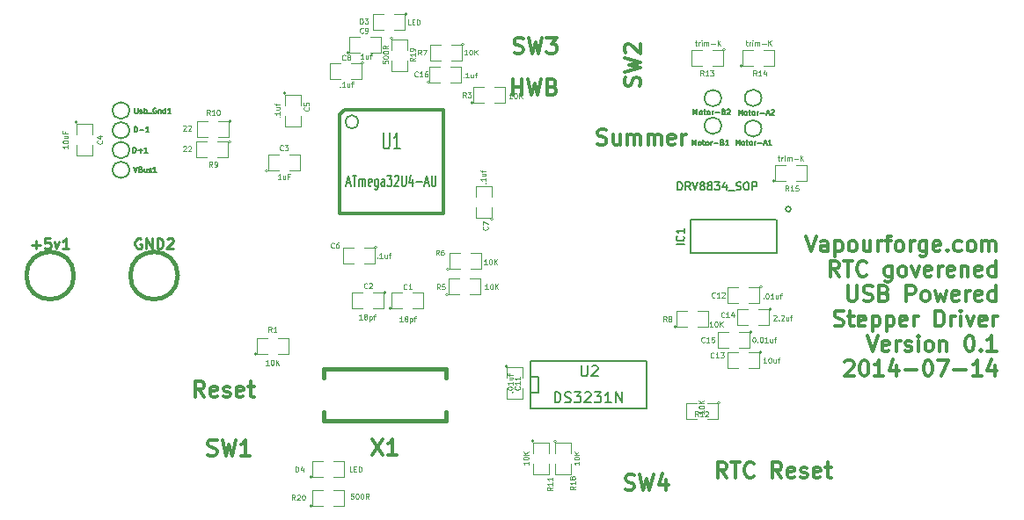
<source format=gto>
%FSLAX46Y46*%
G04 Gerber Fmt 4.6, Leading zero omitted, Abs format (unit mm)*
G04 Created by KiCad (PCBNEW (2014-jan-25)-product) date Mon 14 Jul 2014 14:08:30 EST*
%MOMM*%
G01*
G04 APERTURE LIST*
%ADD10C,0.150000*%
%ADD11C,0.300000*%
%ADD12C,0.203200*%
%ADD13C,0.304800*%
%ADD14C,0.381000*%
%ADD15C,0.099060*%
%ADD16C,0.127000*%
%ADD17C,0.152400*%
%ADD18C,0.175000*%
%ADD19C,0.254000*%
%ADD20C,0.109220*%
G04 APERTURE END LIST*
D10*
D11*
X129685714Y-88307142D02*
X129900000Y-88378570D01*
X130257143Y-88378570D01*
X130400000Y-88307142D01*
X130471429Y-88235713D01*
X130542857Y-88092856D01*
X130542857Y-87949999D01*
X130471429Y-87807142D01*
X130400000Y-87735713D01*
X130257143Y-87664285D01*
X129971429Y-87592856D01*
X129828571Y-87521428D01*
X129757143Y-87449999D01*
X129685714Y-87307142D01*
X129685714Y-87164285D01*
X129757143Y-87021428D01*
X129828571Y-86949999D01*
X129971429Y-86878570D01*
X130328571Y-86878570D01*
X130542857Y-86949999D01*
X131828571Y-87378570D02*
X131828571Y-88378570D01*
X131185714Y-87378570D02*
X131185714Y-88164285D01*
X131257142Y-88307142D01*
X131400000Y-88378570D01*
X131614285Y-88378570D01*
X131757142Y-88307142D01*
X131828571Y-88235713D01*
X132542857Y-88378570D02*
X132542857Y-87378570D01*
X132542857Y-87521428D02*
X132614285Y-87449999D01*
X132757143Y-87378570D01*
X132971428Y-87378570D01*
X133114285Y-87449999D01*
X133185714Y-87592856D01*
X133185714Y-88378570D01*
X133185714Y-87592856D02*
X133257143Y-87449999D01*
X133400000Y-87378570D01*
X133614285Y-87378570D01*
X133757143Y-87449999D01*
X133828571Y-87592856D01*
X133828571Y-88378570D01*
X134542857Y-88378570D02*
X134542857Y-87378570D01*
X134542857Y-87521428D02*
X134614285Y-87449999D01*
X134757143Y-87378570D01*
X134971428Y-87378570D01*
X135114285Y-87449999D01*
X135185714Y-87592856D01*
X135185714Y-88378570D01*
X135185714Y-87592856D02*
X135257143Y-87449999D01*
X135400000Y-87378570D01*
X135614285Y-87378570D01*
X135757143Y-87449999D01*
X135828571Y-87592856D01*
X135828571Y-88378570D01*
X137114285Y-88307142D02*
X136971428Y-88378570D01*
X136685714Y-88378570D01*
X136542857Y-88307142D01*
X136471428Y-88164285D01*
X136471428Y-87592856D01*
X136542857Y-87449999D01*
X136685714Y-87378570D01*
X136971428Y-87378570D01*
X137114285Y-87449999D01*
X137185714Y-87592856D01*
X137185714Y-87735713D01*
X136471428Y-87878570D01*
X137828571Y-88378570D02*
X137828571Y-87378570D01*
X137828571Y-87664285D02*
X137899999Y-87521428D01*
X137971428Y-87449999D01*
X138114285Y-87378570D01*
X138257142Y-87378570D01*
X121564285Y-83578570D02*
X121564285Y-82078570D01*
X121564285Y-82792856D02*
X122421428Y-82792856D01*
X122421428Y-83578570D02*
X122421428Y-82078570D01*
X122992857Y-82078570D02*
X123350000Y-83578570D01*
X123635714Y-82507142D01*
X123921428Y-83578570D01*
X124278571Y-82078570D01*
X125350000Y-82792856D02*
X125564286Y-82864285D01*
X125635714Y-82935713D01*
X125707143Y-83078570D01*
X125707143Y-83292856D01*
X125635714Y-83435713D01*
X125564286Y-83507142D01*
X125421428Y-83578570D01*
X124850000Y-83578570D01*
X124850000Y-82078570D01*
X125350000Y-82078570D01*
X125492857Y-82149999D01*
X125564286Y-82221428D01*
X125635714Y-82364285D01*
X125635714Y-82507142D01*
X125564286Y-82649999D01*
X125492857Y-82721428D01*
X125350000Y-82792856D01*
X124850000Y-82792856D01*
X142100000Y-120478570D02*
X141600000Y-119764285D01*
X141242857Y-120478570D02*
X141242857Y-118978570D01*
X141814285Y-118978570D01*
X141957143Y-119049999D01*
X142028571Y-119121428D01*
X142100000Y-119264285D01*
X142100000Y-119478570D01*
X142028571Y-119621428D01*
X141957143Y-119692856D01*
X141814285Y-119764285D01*
X141242857Y-119764285D01*
X142528571Y-118978570D02*
X143385714Y-118978570D01*
X142957143Y-120478570D02*
X142957143Y-118978570D01*
X144742857Y-120335713D02*
X144671428Y-120407142D01*
X144457142Y-120478570D01*
X144314285Y-120478570D01*
X144100000Y-120407142D01*
X143957142Y-120264285D01*
X143885714Y-120121428D01*
X143814285Y-119835713D01*
X143814285Y-119621428D01*
X143885714Y-119335713D01*
X143957142Y-119192856D01*
X144100000Y-119049999D01*
X144314285Y-118978570D01*
X144457142Y-118978570D01*
X144671428Y-119049999D01*
X144742857Y-119121428D01*
X147385714Y-120478570D02*
X146885714Y-119764285D01*
X146528571Y-120478570D02*
X146528571Y-118978570D01*
X147099999Y-118978570D01*
X147242857Y-119049999D01*
X147314285Y-119121428D01*
X147385714Y-119264285D01*
X147385714Y-119478570D01*
X147314285Y-119621428D01*
X147242857Y-119692856D01*
X147099999Y-119764285D01*
X146528571Y-119764285D01*
X148599999Y-120407142D02*
X148457142Y-120478570D01*
X148171428Y-120478570D01*
X148028571Y-120407142D01*
X147957142Y-120264285D01*
X147957142Y-119692856D01*
X148028571Y-119549999D01*
X148171428Y-119478570D01*
X148457142Y-119478570D01*
X148599999Y-119549999D01*
X148671428Y-119692856D01*
X148671428Y-119835713D01*
X147957142Y-119978570D01*
X149242856Y-120407142D02*
X149385713Y-120478570D01*
X149671428Y-120478570D01*
X149814285Y-120407142D01*
X149885713Y-120264285D01*
X149885713Y-120192856D01*
X149814285Y-120049999D01*
X149671428Y-119978570D01*
X149457142Y-119978570D01*
X149314285Y-119907142D01*
X149242856Y-119764285D01*
X149242856Y-119692856D01*
X149314285Y-119549999D01*
X149457142Y-119478570D01*
X149671428Y-119478570D01*
X149814285Y-119549999D01*
X151099999Y-120407142D02*
X150957142Y-120478570D01*
X150671428Y-120478570D01*
X150528571Y-120407142D01*
X150457142Y-120264285D01*
X150457142Y-119692856D01*
X150528571Y-119549999D01*
X150671428Y-119478570D01*
X150957142Y-119478570D01*
X151099999Y-119549999D01*
X151171428Y-119692856D01*
X151171428Y-119835713D01*
X150457142Y-119978570D01*
X151599999Y-119478570D02*
X152171428Y-119478570D01*
X151814285Y-118978570D02*
X151814285Y-120264285D01*
X151885713Y-120407142D01*
X152028571Y-120478570D01*
X152171428Y-120478570D01*
X91842857Y-112678570D02*
X91342857Y-111964285D01*
X90985714Y-112678570D02*
X90985714Y-111178570D01*
X91557142Y-111178570D01*
X91700000Y-111249999D01*
X91771428Y-111321428D01*
X91842857Y-111464285D01*
X91842857Y-111678570D01*
X91771428Y-111821428D01*
X91700000Y-111892856D01*
X91557142Y-111964285D01*
X90985714Y-111964285D01*
X93057142Y-112607142D02*
X92914285Y-112678570D01*
X92628571Y-112678570D01*
X92485714Y-112607142D01*
X92414285Y-112464285D01*
X92414285Y-111892856D01*
X92485714Y-111749999D01*
X92628571Y-111678570D01*
X92914285Y-111678570D01*
X93057142Y-111749999D01*
X93128571Y-111892856D01*
X93128571Y-112035713D01*
X92414285Y-112178570D01*
X93699999Y-112607142D02*
X93842856Y-112678570D01*
X94128571Y-112678570D01*
X94271428Y-112607142D01*
X94342856Y-112464285D01*
X94342856Y-112392856D01*
X94271428Y-112249999D01*
X94128571Y-112178570D01*
X93914285Y-112178570D01*
X93771428Y-112107142D01*
X93699999Y-111964285D01*
X93699999Y-111892856D01*
X93771428Y-111749999D01*
X93914285Y-111678570D01*
X94128571Y-111678570D01*
X94271428Y-111749999D01*
X95557142Y-112607142D02*
X95414285Y-112678570D01*
X95128571Y-112678570D01*
X94985714Y-112607142D01*
X94914285Y-112464285D01*
X94914285Y-111892856D01*
X94985714Y-111749999D01*
X95128571Y-111678570D01*
X95414285Y-111678570D01*
X95557142Y-111749999D01*
X95628571Y-111892856D01*
X95628571Y-112035713D01*
X94914285Y-112178570D01*
X96057142Y-111678570D02*
X96628571Y-111678570D01*
X96271428Y-111178570D02*
X96271428Y-112464285D01*
X96342856Y-112607142D01*
X96485714Y-112678570D01*
X96628571Y-112678570D01*
X149707142Y-97178570D02*
X150207142Y-98678570D01*
X150707142Y-97178570D01*
X151849999Y-98678570D02*
X151849999Y-97892856D01*
X151778570Y-97749999D01*
X151635713Y-97678570D01*
X151349999Y-97678570D01*
X151207142Y-97749999D01*
X151849999Y-98607142D02*
X151707142Y-98678570D01*
X151349999Y-98678570D01*
X151207142Y-98607142D01*
X151135713Y-98464285D01*
X151135713Y-98321428D01*
X151207142Y-98178570D01*
X151349999Y-98107142D01*
X151707142Y-98107142D01*
X151849999Y-98035713D01*
X152564285Y-97678570D02*
X152564285Y-99178570D01*
X152564285Y-97749999D02*
X152707142Y-97678570D01*
X152992856Y-97678570D01*
X153135713Y-97749999D01*
X153207142Y-97821428D01*
X153278571Y-97964285D01*
X153278571Y-98392856D01*
X153207142Y-98535713D01*
X153135713Y-98607142D01*
X152992856Y-98678570D01*
X152707142Y-98678570D01*
X152564285Y-98607142D01*
X154135714Y-98678570D02*
X153992856Y-98607142D01*
X153921428Y-98535713D01*
X153849999Y-98392856D01*
X153849999Y-97964285D01*
X153921428Y-97821428D01*
X153992856Y-97749999D01*
X154135714Y-97678570D01*
X154349999Y-97678570D01*
X154492856Y-97749999D01*
X154564285Y-97821428D01*
X154635714Y-97964285D01*
X154635714Y-98392856D01*
X154564285Y-98535713D01*
X154492856Y-98607142D01*
X154349999Y-98678570D01*
X154135714Y-98678570D01*
X155921428Y-97678570D02*
X155921428Y-98678570D01*
X155278571Y-97678570D02*
X155278571Y-98464285D01*
X155349999Y-98607142D01*
X155492857Y-98678570D01*
X155707142Y-98678570D01*
X155849999Y-98607142D01*
X155921428Y-98535713D01*
X156635714Y-98678570D02*
X156635714Y-97678570D01*
X156635714Y-97964285D02*
X156707142Y-97821428D01*
X156778571Y-97749999D01*
X156921428Y-97678570D01*
X157064285Y-97678570D01*
X157349999Y-97678570D02*
X157921428Y-97678570D01*
X157564285Y-98678570D02*
X157564285Y-97392856D01*
X157635713Y-97249999D01*
X157778571Y-97178570D01*
X157921428Y-97178570D01*
X158635714Y-98678570D02*
X158492856Y-98607142D01*
X158421428Y-98535713D01*
X158349999Y-98392856D01*
X158349999Y-97964285D01*
X158421428Y-97821428D01*
X158492856Y-97749999D01*
X158635714Y-97678570D01*
X158849999Y-97678570D01*
X158992856Y-97749999D01*
X159064285Y-97821428D01*
X159135714Y-97964285D01*
X159135714Y-98392856D01*
X159064285Y-98535713D01*
X158992856Y-98607142D01*
X158849999Y-98678570D01*
X158635714Y-98678570D01*
X159778571Y-98678570D02*
X159778571Y-97678570D01*
X159778571Y-97964285D02*
X159849999Y-97821428D01*
X159921428Y-97749999D01*
X160064285Y-97678570D01*
X160207142Y-97678570D01*
X161349999Y-97678570D02*
X161349999Y-98892856D01*
X161278570Y-99035713D01*
X161207142Y-99107142D01*
X161064285Y-99178570D01*
X160849999Y-99178570D01*
X160707142Y-99107142D01*
X161349999Y-98607142D02*
X161207142Y-98678570D01*
X160921428Y-98678570D01*
X160778570Y-98607142D01*
X160707142Y-98535713D01*
X160635713Y-98392856D01*
X160635713Y-97964285D01*
X160707142Y-97821428D01*
X160778570Y-97749999D01*
X160921428Y-97678570D01*
X161207142Y-97678570D01*
X161349999Y-97749999D01*
X162635713Y-98607142D02*
X162492856Y-98678570D01*
X162207142Y-98678570D01*
X162064285Y-98607142D01*
X161992856Y-98464285D01*
X161992856Y-97892856D01*
X162064285Y-97749999D01*
X162207142Y-97678570D01*
X162492856Y-97678570D01*
X162635713Y-97749999D01*
X162707142Y-97892856D01*
X162707142Y-98035713D01*
X161992856Y-98178570D01*
X163349999Y-98535713D02*
X163421427Y-98607142D01*
X163349999Y-98678570D01*
X163278570Y-98607142D01*
X163349999Y-98535713D01*
X163349999Y-98678570D01*
X164707142Y-98607142D02*
X164564285Y-98678570D01*
X164278571Y-98678570D01*
X164135713Y-98607142D01*
X164064285Y-98535713D01*
X163992856Y-98392856D01*
X163992856Y-97964285D01*
X164064285Y-97821428D01*
X164135713Y-97749999D01*
X164278571Y-97678570D01*
X164564285Y-97678570D01*
X164707142Y-97749999D01*
X165564285Y-98678570D02*
X165421427Y-98607142D01*
X165349999Y-98535713D01*
X165278570Y-98392856D01*
X165278570Y-97964285D01*
X165349999Y-97821428D01*
X165421427Y-97749999D01*
X165564285Y-97678570D01*
X165778570Y-97678570D01*
X165921427Y-97749999D01*
X165992856Y-97821428D01*
X166064285Y-97964285D01*
X166064285Y-98392856D01*
X165992856Y-98535713D01*
X165921427Y-98607142D01*
X165778570Y-98678570D01*
X165564285Y-98678570D01*
X166707142Y-98678570D02*
X166707142Y-97678570D01*
X166707142Y-97821428D02*
X166778570Y-97749999D01*
X166921428Y-97678570D01*
X167135713Y-97678570D01*
X167278570Y-97749999D01*
X167349999Y-97892856D01*
X167349999Y-98678570D01*
X167349999Y-97892856D02*
X167421428Y-97749999D01*
X167564285Y-97678570D01*
X167778570Y-97678570D01*
X167921428Y-97749999D01*
X167992856Y-97892856D01*
X167992856Y-98678570D01*
X152921429Y-101078570D02*
X152421429Y-100364285D01*
X152064286Y-101078570D02*
X152064286Y-99578570D01*
X152635714Y-99578570D01*
X152778572Y-99649999D01*
X152850000Y-99721428D01*
X152921429Y-99864285D01*
X152921429Y-100078570D01*
X152850000Y-100221428D01*
X152778572Y-100292856D01*
X152635714Y-100364285D01*
X152064286Y-100364285D01*
X153350000Y-99578570D02*
X154207143Y-99578570D01*
X153778572Y-101078570D02*
X153778572Y-99578570D01*
X155564286Y-100935713D02*
X155492857Y-101007142D01*
X155278571Y-101078570D01*
X155135714Y-101078570D01*
X154921429Y-101007142D01*
X154778571Y-100864285D01*
X154707143Y-100721428D01*
X154635714Y-100435713D01*
X154635714Y-100221428D01*
X154707143Y-99935713D01*
X154778571Y-99792856D01*
X154921429Y-99649999D01*
X155135714Y-99578570D01*
X155278571Y-99578570D01*
X155492857Y-99649999D01*
X155564286Y-99721428D01*
X157992857Y-100078570D02*
X157992857Y-101292856D01*
X157921428Y-101435713D01*
X157850000Y-101507142D01*
X157707143Y-101578570D01*
X157492857Y-101578570D01*
X157350000Y-101507142D01*
X157992857Y-101007142D02*
X157850000Y-101078570D01*
X157564286Y-101078570D01*
X157421428Y-101007142D01*
X157350000Y-100935713D01*
X157278571Y-100792856D01*
X157278571Y-100364285D01*
X157350000Y-100221428D01*
X157421428Y-100149999D01*
X157564286Y-100078570D01*
X157850000Y-100078570D01*
X157992857Y-100149999D01*
X158921429Y-101078570D02*
X158778571Y-101007142D01*
X158707143Y-100935713D01*
X158635714Y-100792856D01*
X158635714Y-100364285D01*
X158707143Y-100221428D01*
X158778571Y-100149999D01*
X158921429Y-100078570D01*
X159135714Y-100078570D01*
X159278571Y-100149999D01*
X159350000Y-100221428D01*
X159421429Y-100364285D01*
X159421429Y-100792856D01*
X159350000Y-100935713D01*
X159278571Y-101007142D01*
X159135714Y-101078570D01*
X158921429Y-101078570D01*
X159921429Y-100078570D02*
X160278572Y-101078570D01*
X160635714Y-100078570D01*
X161778571Y-101007142D02*
X161635714Y-101078570D01*
X161350000Y-101078570D01*
X161207143Y-101007142D01*
X161135714Y-100864285D01*
X161135714Y-100292856D01*
X161207143Y-100149999D01*
X161350000Y-100078570D01*
X161635714Y-100078570D01*
X161778571Y-100149999D01*
X161850000Y-100292856D01*
X161850000Y-100435713D01*
X161135714Y-100578570D01*
X162492857Y-101078570D02*
X162492857Y-100078570D01*
X162492857Y-100364285D02*
X162564285Y-100221428D01*
X162635714Y-100149999D01*
X162778571Y-100078570D01*
X162921428Y-100078570D01*
X163992856Y-101007142D02*
X163849999Y-101078570D01*
X163564285Y-101078570D01*
X163421428Y-101007142D01*
X163349999Y-100864285D01*
X163349999Y-100292856D01*
X163421428Y-100149999D01*
X163564285Y-100078570D01*
X163849999Y-100078570D01*
X163992856Y-100149999D01*
X164064285Y-100292856D01*
X164064285Y-100435713D01*
X163349999Y-100578570D01*
X164707142Y-100078570D02*
X164707142Y-101078570D01*
X164707142Y-100221428D02*
X164778570Y-100149999D01*
X164921428Y-100078570D01*
X165135713Y-100078570D01*
X165278570Y-100149999D01*
X165349999Y-100292856D01*
X165349999Y-101078570D01*
X166635713Y-101007142D02*
X166492856Y-101078570D01*
X166207142Y-101078570D01*
X166064285Y-101007142D01*
X165992856Y-100864285D01*
X165992856Y-100292856D01*
X166064285Y-100149999D01*
X166207142Y-100078570D01*
X166492856Y-100078570D01*
X166635713Y-100149999D01*
X166707142Y-100292856D01*
X166707142Y-100435713D01*
X165992856Y-100578570D01*
X167992856Y-101078570D02*
X167992856Y-99578570D01*
X167992856Y-101007142D02*
X167849999Y-101078570D01*
X167564285Y-101078570D01*
X167421427Y-101007142D01*
X167349999Y-100935713D01*
X167278570Y-100792856D01*
X167278570Y-100364285D01*
X167349999Y-100221428D01*
X167421427Y-100149999D01*
X167564285Y-100078570D01*
X167849999Y-100078570D01*
X167992856Y-100149999D01*
X153778571Y-101978570D02*
X153778571Y-103192856D01*
X153849999Y-103335713D01*
X153921428Y-103407142D01*
X154064285Y-103478570D01*
X154349999Y-103478570D01*
X154492857Y-103407142D01*
X154564285Y-103335713D01*
X154635714Y-103192856D01*
X154635714Y-101978570D01*
X155278571Y-103407142D02*
X155492857Y-103478570D01*
X155850000Y-103478570D01*
X155992857Y-103407142D01*
X156064286Y-103335713D01*
X156135714Y-103192856D01*
X156135714Y-103049999D01*
X156064286Y-102907142D01*
X155992857Y-102835713D01*
X155850000Y-102764285D01*
X155564286Y-102692856D01*
X155421428Y-102621428D01*
X155350000Y-102549999D01*
X155278571Y-102407142D01*
X155278571Y-102264285D01*
X155350000Y-102121428D01*
X155421428Y-102049999D01*
X155564286Y-101978570D01*
X155921428Y-101978570D01*
X156135714Y-102049999D01*
X157278571Y-102692856D02*
X157492857Y-102764285D01*
X157564285Y-102835713D01*
X157635714Y-102978570D01*
X157635714Y-103192856D01*
X157564285Y-103335713D01*
X157492857Y-103407142D01*
X157349999Y-103478570D01*
X156778571Y-103478570D01*
X156778571Y-101978570D01*
X157278571Y-101978570D01*
X157421428Y-102049999D01*
X157492857Y-102121428D01*
X157564285Y-102264285D01*
X157564285Y-102407142D01*
X157492857Y-102549999D01*
X157421428Y-102621428D01*
X157278571Y-102692856D01*
X156778571Y-102692856D01*
X159421428Y-103478570D02*
X159421428Y-101978570D01*
X159992856Y-101978570D01*
X160135714Y-102049999D01*
X160207142Y-102121428D01*
X160278571Y-102264285D01*
X160278571Y-102478570D01*
X160207142Y-102621428D01*
X160135714Y-102692856D01*
X159992856Y-102764285D01*
X159421428Y-102764285D01*
X161135714Y-103478570D02*
X160992856Y-103407142D01*
X160921428Y-103335713D01*
X160849999Y-103192856D01*
X160849999Y-102764285D01*
X160921428Y-102621428D01*
X160992856Y-102549999D01*
X161135714Y-102478570D01*
X161349999Y-102478570D01*
X161492856Y-102549999D01*
X161564285Y-102621428D01*
X161635714Y-102764285D01*
X161635714Y-103192856D01*
X161564285Y-103335713D01*
X161492856Y-103407142D01*
X161349999Y-103478570D01*
X161135714Y-103478570D01*
X162135714Y-102478570D02*
X162421428Y-103478570D01*
X162707142Y-102764285D01*
X162992857Y-103478570D01*
X163278571Y-102478570D01*
X164421428Y-103407142D02*
X164278571Y-103478570D01*
X163992857Y-103478570D01*
X163850000Y-103407142D01*
X163778571Y-103264285D01*
X163778571Y-102692856D01*
X163850000Y-102549999D01*
X163992857Y-102478570D01*
X164278571Y-102478570D01*
X164421428Y-102549999D01*
X164492857Y-102692856D01*
X164492857Y-102835713D01*
X163778571Y-102978570D01*
X165135714Y-103478570D02*
X165135714Y-102478570D01*
X165135714Y-102764285D02*
X165207142Y-102621428D01*
X165278571Y-102549999D01*
X165421428Y-102478570D01*
X165564285Y-102478570D01*
X166635713Y-103407142D02*
X166492856Y-103478570D01*
X166207142Y-103478570D01*
X166064285Y-103407142D01*
X165992856Y-103264285D01*
X165992856Y-102692856D01*
X166064285Y-102549999D01*
X166207142Y-102478570D01*
X166492856Y-102478570D01*
X166635713Y-102549999D01*
X166707142Y-102692856D01*
X166707142Y-102835713D01*
X165992856Y-102978570D01*
X167992856Y-103478570D02*
X167992856Y-101978570D01*
X167992856Y-103407142D02*
X167849999Y-103478570D01*
X167564285Y-103478570D01*
X167421427Y-103407142D01*
X167349999Y-103335713D01*
X167278570Y-103192856D01*
X167278570Y-102764285D01*
X167349999Y-102621428D01*
X167421427Y-102549999D01*
X167564285Y-102478570D01*
X167849999Y-102478570D01*
X167992856Y-102549999D01*
X152492858Y-105807142D02*
X152707144Y-105878570D01*
X153064287Y-105878570D01*
X153207144Y-105807142D01*
X153278573Y-105735713D01*
X153350001Y-105592856D01*
X153350001Y-105449999D01*
X153278573Y-105307142D01*
X153207144Y-105235713D01*
X153064287Y-105164285D01*
X152778573Y-105092856D01*
X152635715Y-105021428D01*
X152564287Y-104949999D01*
X152492858Y-104807142D01*
X152492858Y-104664285D01*
X152564287Y-104521428D01*
X152635715Y-104449999D01*
X152778573Y-104378570D01*
X153135715Y-104378570D01*
X153350001Y-104449999D01*
X153778572Y-104878570D02*
X154350001Y-104878570D01*
X153992858Y-104378570D02*
X153992858Y-105664285D01*
X154064286Y-105807142D01*
X154207144Y-105878570D01*
X154350001Y-105878570D01*
X155421429Y-105807142D02*
X155278572Y-105878570D01*
X154992858Y-105878570D01*
X154850001Y-105807142D01*
X154778572Y-105664285D01*
X154778572Y-105092856D01*
X154850001Y-104949999D01*
X154992858Y-104878570D01*
X155278572Y-104878570D01*
X155421429Y-104949999D01*
X155492858Y-105092856D01*
X155492858Y-105235713D01*
X154778572Y-105378570D01*
X156135715Y-104878570D02*
X156135715Y-106378570D01*
X156135715Y-104949999D02*
X156278572Y-104878570D01*
X156564286Y-104878570D01*
X156707143Y-104949999D01*
X156778572Y-105021428D01*
X156850001Y-105164285D01*
X156850001Y-105592856D01*
X156778572Y-105735713D01*
X156707143Y-105807142D01*
X156564286Y-105878570D01*
X156278572Y-105878570D01*
X156135715Y-105807142D01*
X157492858Y-104878570D02*
X157492858Y-106378570D01*
X157492858Y-104949999D02*
X157635715Y-104878570D01*
X157921429Y-104878570D01*
X158064286Y-104949999D01*
X158135715Y-105021428D01*
X158207144Y-105164285D01*
X158207144Y-105592856D01*
X158135715Y-105735713D01*
X158064286Y-105807142D01*
X157921429Y-105878570D01*
X157635715Y-105878570D01*
X157492858Y-105807142D01*
X159421429Y-105807142D02*
X159278572Y-105878570D01*
X158992858Y-105878570D01*
X158850001Y-105807142D01*
X158778572Y-105664285D01*
X158778572Y-105092856D01*
X158850001Y-104949999D01*
X158992858Y-104878570D01*
X159278572Y-104878570D01*
X159421429Y-104949999D01*
X159492858Y-105092856D01*
X159492858Y-105235713D01*
X158778572Y-105378570D01*
X160135715Y-105878570D02*
X160135715Y-104878570D01*
X160135715Y-105164285D02*
X160207143Y-105021428D01*
X160278572Y-104949999D01*
X160421429Y-104878570D01*
X160564286Y-104878570D01*
X162207143Y-105878570D02*
X162207143Y-104378570D01*
X162564286Y-104378570D01*
X162778571Y-104449999D01*
X162921429Y-104592856D01*
X162992857Y-104735713D01*
X163064286Y-105021428D01*
X163064286Y-105235713D01*
X162992857Y-105521428D01*
X162921429Y-105664285D01*
X162778571Y-105807142D01*
X162564286Y-105878570D01*
X162207143Y-105878570D01*
X163707143Y-105878570D02*
X163707143Y-104878570D01*
X163707143Y-105164285D02*
X163778571Y-105021428D01*
X163850000Y-104949999D01*
X163992857Y-104878570D01*
X164135714Y-104878570D01*
X164635714Y-105878570D02*
X164635714Y-104878570D01*
X164635714Y-104378570D02*
X164564285Y-104449999D01*
X164635714Y-104521428D01*
X164707142Y-104449999D01*
X164635714Y-104378570D01*
X164635714Y-104521428D01*
X165207143Y-104878570D02*
X165564286Y-105878570D01*
X165921428Y-104878570D01*
X167064285Y-105807142D02*
X166921428Y-105878570D01*
X166635714Y-105878570D01*
X166492857Y-105807142D01*
X166421428Y-105664285D01*
X166421428Y-105092856D01*
X166492857Y-104949999D01*
X166635714Y-104878570D01*
X166921428Y-104878570D01*
X167064285Y-104949999D01*
X167135714Y-105092856D01*
X167135714Y-105235713D01*
X166421428Y-105378570D01*
X167778571Y-105878570D02*
X167778571Y-104878570D01*
X167778571Y-105164285D02*
X167849999Y-105021428D01*
X167921428Y-104949999D01*
X168064285Y-104878570D01*
X168207142Y-104878570D01*
X155635714Y-106778570D02*
X156135714Y-108278570D01*
X156635714Y-106778570D01*
X157707142Y-108207142D02*
X157564285Y-108278570D01*
X157278571Y-108278570D01*
X157135714Y-108207142D01*
X157064285Y-108064285D01*
X157064285Y-107492856D01*
X157135714Y-107349999D01*
X157278571Y-107278570D01*
X157564285Y-107278570D01*
X157707142Y-107349999D01*
X157778571Y-107492856D01*
X157778571Y-107635713D01*
X157064285Y-107778570D01*
X158421428Y-108278570D02*
X158421428Y-107278570D01*
X158421428Y-107564285D02*
X158492856Y-107421428D01*
X158564285Y-107349999D01*
X158707142Y-107278570D01*
X158849999Y-107278570D01*
X159278570Y-108207142D02*
X159421427Y-108278570D01*
X159707142Y-108278570D01*
X159849999Y-108207142D01*
X159921427Y-108064285D01*
X159921427Y-107992856D01*
X159849999Y-107849999D01*
X159707142Y-107778570D01*
X159492856Y-107778570D01*
X159349999Y-107707142D01*
X159278570Y-107564285D01*
X159278570Y-107492856D01*
X159349999Y-107349999D01*
X159492856Y-107278570D01*
X159707142Y-107278570D01*
X159849999Y-107349999D01*
X160564285Y-108278570D02*
X160564285Y-107278570D01*
X160564285Y-106778570D02*
X160492856Y-106849999D01*
X160564285Y-106921428D01*
X160635713Y-106849999D01*
X160564285Y-106778570D01*
X160564285Y-106921428D01*
X161492857Y-108278570D02*
X161349999Y-108207142D01*
X161278571Y-108135713D01*
X161207142Y-107992856D01*
X161207142Y-107564285D01*
X161278571Y-107421428D01*
X161349999Y-107349999D01*
X161492857Y-107278570D01*
X161707142Y-107278570D01*
X161849999Y-107349999D01*
X161921428Y-107421428D01*
X161992857Y-107564285D01*
X161992857Y-107992856D01*
X161921428Y-108135713D01*
X161849999Y-108207142D01*
X161707142Y-108278570D01*
X161492857Y-108278570D01*
X162635714Y-107278570D02*
X162635714Y-108278570D01*
X162635714Y-107421428D02*
X162707142Y-107349999D01*
X162850000Y-107278570D01*
X163064285Y-107278570D01*
X163207142Y-107349999D01*
X163278571Y-107492856D01*
X163278571Y-108278570D01*
X165421428Y-106778570D02*
X165564285Y-106778570D01*
X165707142Y-106849999D01*
X165778571Y-106921428D01*
X165850000Y-107064285D01*
X165921428Y-107349999D01*
X165921428Y-107707142D01*
X165850000Y-107992856D01*
X165778571Y-108135713D01*
X165707142Y-108207142D01*
X165564285Y-108278570D01*
X165421428Y-108278570D01*
X165278571Y-108207142D01*
X165207142Y-108135713D01*
X165135714Y-107992856D01*
X165064285Y-107707142D01*
X165064285Y-107349999D01*
X165135714Y-107064285D01*
X165207142Y-106921428D01*
X165278571Y-106849999D01*
X165421428Y-106778570D01*
X166564285Y-108135713D02*
X166635713Y-108207142D01*
X166564285Y-108278570D01*
X166492856Y-108207142D01*
X166564285Y-108135713D01*
X166564285Y-108278570D01*
X168064285Y-108278570D02*
X167207142Y-108278570D01*
X167635714Y-108278570D02*
X167635714Y-106778570D01*
X167492857Y-106992856D01*
X167349999Y-107135713D01*
X167207142Y-107207142D01*
X153492859Y-109321428D02*
X153564288Y-109249999D01*
X153707145Y-109178570D01*
X154064288Y-109178570D01*
X154207145Y-109249999D01*
X154278574Y-109321428D01*
X154350002Y-109464285D01*
X154350002Y-109607142D01*
X154278574Y-109821428D01*
X153421431Y-110678570D01*
X154350002Y-110678570D01*
X155278573Y-109178570D02*
X155421430Y-109178570D01*
X155564287Y-109249999D01*
X155635716Y-109321428D01*
X155707145Y-109464285D01*
X155778573Y-109749999D01*
X155778573Y-110107142D01*
X155707145Y-110392856D01*
X155635716Y-110535713D01*
X155564287Y-110607142D01*
X155421430Y-110678570D01*
X155278573Y-110678570D01*
X155135716Y-110607142D01*
X155064287Y-110535713D01*
X154992859Y-110392856D01*
X154921430Y-110107142D01*
X154921430Y-109749999D01*
X154992859Y-109464285D01*
X155064287Y-109321428D01*
X155135716Y-109249999D01*
X155278573Y-109178570D01*
X157207144Y-110678570D02*
X156350001Y-110678570D01*
X156778573Y-110678570D02*
X156778573Y-109178570D01*
X156635716Y-109392856D01*
X156492858Y-109535713D01*
X156350001Y-109607142D01*
X158492858Y-109678570D02*
X158492858Y-110678570D01*
X158135715Y-109107142D02*
X157778572Y-110178570D01*
X158707144Y-110178570D01*
X159278572Y-110107142D02*
X160421429Y-110107142D01*
X161421429Y-109178570D02*
X161564286Y-109178570D01*
X161707143Y-109249999D01*
X161778572Y-109321428D01*
X161850001Y-109464285D01*
X161921429Y-109749999D01*
X161921429Y-110107142D01*
X161850001Y-110392856D01*
X161778572Y-110535713D01*
X161707143Y-110607142D01*
X161564286Y-110678570D01*
X161421429Y-110678570D01*
X161278572Y-110607142D01*
X161207143Y-110535713D01*
X161135715Y-110392856D01*
X161064286Y-110107142D01*
X161064286Y-109749999D01*
X161135715Y-109464285D01*
X161207143Y-109321428D01*
X161278572Y-109249999D01*
X161421429Y-109178570D01*
X162421429Y-109178570D02*
X163421429Y-109178570D01*
X162778572Y-110678570D01*
X163992857Y-110107142D02*
X165135714Y-110107142D01*
X166635714Y-110678570D02*
X165778571Y-110678570D01*
X166207143Y-110678570D02*
X166207143Y-109178570D01*
X166064286Y-109392856D01*
X165921428Y-109535713D01*
X165778571Y-109607142D01*
X167921428Y-109678570D02*
X167921428Y-110678570D01*
X167564285Y-109107142D02*
X167207142Y-110178570D01*
X168135714Y-110178570D01*
D10*
X138641499Y-95607999D02*
X138641499Y-98846499D01*
X146896499Y-95607999D02*
X146896499Y-98846499D01*
D12*
X148293499Y-94591999D02*
G75*
G03X148293499Y-94591999I-254000J0D01*
G74*
G01*
X146868999Y-98833499D02*
X138668999Y-98833499D01*
X138668999Y-95620999D02*
X146868999Y-95620999D01*
D13*
X114858799Y-84996199D02*
X114858799Y-95003799D01*
X114858799Y-95003799D02*
X104851199Y-95003799D01*
X104851199Y-85478799D02*
X104851199Y-95003799D01*
X105333799Y-84996199D02*
X114858799Y-84996199D01*
X104851199Y-85478799D02*
X105333799Y-84996199D01*
D12*
X106679999Y-86189999D02*
G75*
G03X106679999Y-86189999I-635000J0D01*
G74*
G01*
D14*
X79285999Y-100999999D02*
G75*
G03X79285999Y-100999999I-2286000J0D01*
G74*
G01*
D15*
X109854999Y-104139999D02*
G75*
G03X109854999Y-104139999I-127000J0D01*
G74*
G01*
X110870999Y-104139999D02*
X109854999Y-104139999D01*
X109854999Y-104139999D02*
X109854999Y-102615999D01*
X109854999Y-102615999D02*
X110870999Y-102615999D01*
X111886999Y-102615999D02*
X112902999Y-102615999D01*
X112902999Y-102615999D02*
X112902999Y-104139999D01*
X112902999Y-104139999D02*
X111886999Y-104139999D01*
X109346999Y-102615999D02*
G75*
G03X109346999Y-102615999I-127000J0D01*
G74*
G01*
X108076999Y-102615999D02*
X109092999Y-102615999D01*
X109092999Y-102615999D02*
X109092999Y-104139999D01*
X109092999Y-104139999D02*
X108076999Y-104139999D01*
X107060999Y-104139999D02*
X106044999Y-104139999D01*
X106044999Y-104139999D02*
X106044999Y-102615999D01*
X106044999Y-102615999D02*
X107060999Y-102615999D01*
X97970999Y-90904999D02*
G75*
G03X97970999Y-90904999I-127000J0D01*
G74*
G01*
X98986999Y-90904999D02*
X97970999Y-90904999D01*
X97970999Y-90904999D02*
X97970999Y-89380999D01*
X97970999Y-89380999D02*
X98986999Y-89380999D01*
X100002999Y-89380999D02*
X101018999Y-89380999D01*
X101018999Y-89380999D02*
X101018999Y-90904999D01*
X101018999Y-90904999D02*
X100002999Y-90904999D01*
X79628999Y-86232999D02*
G75*
G03X79628999Y-86232999I-127000J0D01*
G74*
G01*
X79501999Y-87375999D02*
X79501999Y-86359999D01*
X79501999Y-86359999D02*
X81025999Y-86359999D01*
X81025999Y-86359999D02*
X81025999Y-87375999D01*
X81025999Y-88391999D02*
X81025999Y-89407999D01*
X81025999Y-89407999D02*
X79501999Y-89407999D01*
X79501999Y-89407999D02*
X79501999Y-88391999D01*
X99694999Y-83438999D02*
G75*
G03X99694999Y-83438999I-127000J0D01*
G74*
G01*
X99567999Y-84581999D02*
X99567999Y-83565999D01*
X99567999Y-83565999D02*
X101091999Y-83565999D01*
X101091999Y-83565999D02*
X101091999Y-84581999D01*
X101091999Y-85597999D02*
X101091999Y-86613999D01*
X101091999Y-86613999D02*
X99567999Y-86613999D01*
X99567999Y-86613999D02*
X99567999Y-85597999D01*
X108457999Y-98297999D02*
G75*
G03X108457999Y-98297999I-127000J0D01*
G74*
G01*
X107187999Y-98297999D02*
X108203999Y-98297999D01*
X108203999Y-98297999D02*
X108203999Y-99821999D01*
X108203999Y-99821999D02*
X107187999Y-99821999D01*
X106171999Y-99821999D02*
X105155999Y-99821999D01*
X105155999Y-99821999D02*
X105155999Y-98297999D01*
X105155999Y-98297999D02*
X106171999Y-98297999D01*
X119633999Y-95565999D02*
G75*
G03X119633999Y-95565999I-127000J0D01*
G74*
G01*
X119506999Y-94422999D02*
X119506999Y-95438999D01*
X119506999Y-95438999D02*
X117982999Y-95438999D01*
X117982999Y-95438999D02*
X117982999Y-94422999D01*
X117982999Y-93406999D02*
X117982999Y-92390999D01*
X117982999Y-92390999D02*
X119506999Y-92390999D01*
X119506999Y-92390999D02*
X119506999Y-93406999D01*
X107187999Y-80517999D02*
G75*
G03X107187999Y-80517999I-127000J0D01*
G74*
G01*
X105917999Y-80517999D02*
X106933999Y-80517999D01*
X106933999Y-80517999D02*
X106933999Y-82041999D01*
X106933999Y-82041999D02*
X105917999Y-82041999D01*
X104901999Y-82041999D02*
X103885999Y-82041999D01*
X103885999Y-82041999D02*
X103885999Y-80517999D01*
X103885999Y-80517999D02*
X104901999Y-80517999D01*
X105790999Y-79501999D02*
G75*
G03X105790999Y-79501999I-127000J0D01*
G74*
G01*
X106806999Y-79501999D02*
X105790999Y-79501999D01*
X105790999Y-79501999D02*
X105790999Y-77977999D01*
X105790999Y-77977999D02*
X106806999Y-77977999D01*
X107822999Y-77977999D02*
X108838999Y-77977999D01*
X108838999Y-77977999D02*
X108838999Y-79501999D01*
X108838999Y-79501999D02*
X107822999Y-79501999D01*
X121030999Y-109727999D02*
G75*
G03X121030999Y-109727999I-127000J0D01*
G74*
G01*
X120903999Y-110870999D02*
X120903999Y-109854999D01*
X120903999Y-109854999D02*
X122427999Y-109854999D01*
X122427999Y-109854999D02*
X122427999Y-110870999D01*
X122427999Y-111886999D02*
X122427999Y-112902999D01*
X122427999Y-112902999D02*
X120903999Y-112902999D01*
X120903999Y-112902999D02*
X120903999Y-111886999D01*
X145507999Y-102087999D02*
G75*
G03X145507999Y-102087999I-127000J0D01*
G74*
G01*
X144237999Y-102087999D02*
X145253999Y-102087999D01*
X145253999Y-102087999D02*
X145253999Y-103611999D01*
X145253999Y-103611999D02*
X144237999Y-103611999D01*
X143221999Y-103611999D02*
X142205999Y-103611999D01*
X142205999Y-103611999D02*
X142205999Y-102087999D01*
X142205999Y-102087999D02*
X143221999Y-102087999D01*
X145507999Y-108387999D02*
G75*
G03X145507999Y-108387999I-127000J0D01*
G74*
G01*
X144237999Y-108387999D02*
X145253999Y-108387999D01*
X145253999Y-108387999D02*
X145253999Y-109911999D01*
X145253999Y-109911999D02*
X144237999Y-109911999D01*
X143221999Y-109911999D02*
X142205999Y-109911999D01*
X142205999Y-109911999D02*
X142205999Y-108387999D01*
X142205999Y-108387999D02*
X143221999Y-108387999D01*
X146424999Y-104254999D02*
G75*
G03X146424999Y-104254999I-127000J0D01*
G74*
G01*
X145154999Y-104254999D02*
X146170999Y-104254999D01*
X146170999Y-104254999D02*
X146170999Y-105778999D01*
X146170999Y-105778999D02*
X145154999Y-105778999D01*
X144138999Y-105778999D02*
X143122999Y-105778999D01*
X143122999Y-105778999D02*
X143122999Y-104254999D01*
X143122999Y-104254999D02*
X144138999Y-104254999D01*
X144535999Y-106440999D02*
G75*
G03X144535999Y-106440999I-127000J0D01*
G74*
G01*
X143265999Y-106440999D02*
X144281999Y-106440999D01*
X144281999Y-106440999D02*
X144281999Y-107964999D01*
X144281999Y-107964999D02*
X143265999Y-107964999D01*
X142249999Y-107964999D02*
X141233999Y-107964999D01*
X141233999Y-107964999D02*
X141233999Y-106440999D01*
X141233999Y-106440999D02*
X142249999Y-106440999D01*
D14*
X89285999Y-100999999D02*
G75*
G03X89285999Y-100999999I-2286000J0D01*
G74*
G01*
D15*
X96900999Y-108584999D02*
G75*
G03X96900999Y-108584999I-127000J0D01*
G74*
G01*
X97916999Y-108584999D02*
X96900999Y-108584999D01*
X96900999Y-108584999D02*
X96900999Y-107060999D01*
X96900999Y-107060999D02*
X97916999Y-107060999D01*
X98932999Y-107060999D02*
X99948999Y-107060999D01*
X99948999Y-107060999D02*
X99948999Y-108584999D01*
X99948999Y-108584999D02*
X98932999Y-108584999D01*
X117746999Y-84332999D02*
G75*
G03X117746999Y-84332999I-127000J0D01*
G74*
G01*
X118762999Y-84332999D02*
X117746999Y-84332999D01*
X117746999Y-84332999D02*
X117746999Y-82808999D01*
X117746999Y-82808999D02*
X118762999Y-82808999D01*
X119778999Y-82808999D02*
X120794999Y-82808999D01*
X120794999Y-82808999D02*
X120794999Y-84332999D01*
X120794999Y-84332999D02*
X119778999Y-84332999D01*
X115315999Y-102839999D02*
G75*
G03X115315999Y-102839999I-127000J0D01*
G74*
G01*
X116331999Y-102839999D02*
X115315999Y-102839999D01*
X115315999Y-102839999D02*
X115315999Y-101315999D01*
X115315999Y-101315999D02*
X116331999Y-101315999D01*
X117347999Y-101315999D02*
X118363999Y-101315999D01*
X118363999Y-101315999D02*
X118363999Y-102839999D01*
X118363999Y-102839999D02*
X117347999Y-102839999D01*
X115415999Y-100364999D02*
G75*
G03X115415999Y-100364999I-127000J0D01*
G74*
G01*
X116431999Y-100364999D02*
X115415999Y-100364999D01*
X115415999Y-100364999D02*
X115415999Y-98840999D01*
X115415999Y-98840999D02*
X116431999Y-98840999D01*
X117447999Y-98840999D02*
X118463999Y-98840999D01*
X118463999Y-98840999D02*
X118463999Y-100364999D01*
X118463999Y-100364999D02*
X117447999Y-100364999D01*
X116839999Y-78739999D02*
G75*
G03X116839999Y-78739999I-127000J0D01*
G74*
G01*
X115569999Y-78739999D02*
X116585999Y-78739999D01*
X116585999Y-78739999D02*
X116585999Y-80263999D01*
X116585999Y-80263999D02*
X115569999Y-80263999D01*
X114553999Y-80263999D02*
X113537999Y-80263999D01*
X113537999Y-80263999D02*
X113537999Y-78739999D01*
X113537999Y-78739999D02*
X114553999Y-78739999D01*
X137275999Y-105961999D02*
G75*
G03X137275999Y-105961999I-127000J0D01*
G74*
G01*
X138291999Y-105961999D02*
X137275999Y-105961999D01*
X137275999Y-105961999D02*
X137275999Y-104437999D01*
X137275999Y-104437999D02*
X138291999Y-104437999D01*
X139307999Y-104437999D02*
X140323999Y-104437999D01*
X140323999Y-104437999D02*
X140323999Y-105961999D01*
X140323999Y-105961999D02*
X139307999Y-105961999D01*
X94397999Y-88107999D02*
G75*
G03X94397999Y-88107999I-127000J0D01*
G74*
G01*
X93127999Y-88107999D02*
X94143999Y-88107999D01*
X94143999Y-88107999D02*
X94143999Y-89631999D01*
X94143999Y-89631999D02*
X93127999Y-89631999D01*
X92111999Y-89631999D02*
X91095999Y-89631999D01*
X91095999Y-89631999D02*
X91095999Y-88107999D01*
X91095999Y-88107999D02*
X92111999Y-88107999D01*
X94447999Y-86092999D02*
G75*
G03X94447999Y-86092999I-127000J0D01*
G74*
G01*
X93177999Y-86092999D02*
X94193999Y-86092999D01*
X94193999Y-86092999D02*
X94193999Y-87616999D01*
X94193999Y-87616999D02*
X93177999Y-87616999D01*
X92161999Y-87616999D02*
X91145999Y-87616999D01*
X91145999Y-87616999D02*
X91145999Y-86092999D01*
X91145999Y-86092999D02*
X92161999Y-86092999D01*
X123570999Y-116966999D02*
G75*
G03X123570999Y-116966999I-127000J0D01*
G74*
G01*
X123443999Y-118109999D02*
X123443999Y-117093999D01*
X123443999Y-117093999D02*
X124967999Y-117093999D01*
X124967999Y-117093999D02*
X124967999Y-118109999D01*
X124967999Y-119125999D02*
X124967999Y-120141999D01*
X124967999Y-120141999D02*
X123443999Y-120141999D01*
X123443999Y-120141999D02*
X123443999Y-119125999D01*
X141477999Y-113283999D02*
G75*
G03X141477999Y-113283999I-127000J0D01*
G74*
G01*
X140207999Y-113283999D02*
X141223999Y-113283999D01*
X141223999Y-113283999D02*
X141223999Y-114807999D01*
X141223999Y-114807999D02*
X140207999Y-114807999D01*
X139191999Y-114807999D02*
X138175999Y-114807999D01*
X138175999Y-114807999D02*
X138175999Y-113283999D01*
X138175999Y-113283999D02*
X139191999Y-113283999D01*
X141985999Y-79247999D02*
G75*
G03X141985999Y-79247999I-127000J0D01*
G74*
G01*
X140715999Y-79247999D02*
X141731999Y-79247999D01*
X141731999Y-79247999D02*
X141731999Y-80771999D01*
X141731999Y-80771999D02*
X140715999Y-80771999D01*
X139699999Y-80771999D02*
X138683999Y-80771999D01*
X138683999Y-80771999D02*
X138683999Y-79247999D01*
X138683999Y-79247999D02*
X139699999Y-79247999D01*
X143636999Y-80771999D02*
G75*
G03X143636999Y-80771999I-127000J0D01*
G74*
G01*
X144652999Y-80771999D02*
X143636999Y-80771999D01*
X143636999Y-80771999D02*
X143636999Y-79247999D01*
X143636999Y-79247999D02*
X144652999Y-79247999D01*
X145668999Y-79247999D02*
X146684999Y-79247999D01*
X146684999Y-79247999D02*
X146684999Y-80771999D01*
X146684999Y-80771999D02*
X145668999Y-80771999D01*
X146789999Y-91878999D02*
G75*
G03X146789999Y-91878999I-127000J0D01*
G74*
G01*
X147805999Y-91878999D02*
X146789999Y-91878999D01*
X146789999Y-91878999D02*
X146789999Y-90354999D01*
X146789999Y-90354999D02*
X147805999Y-90354999D01*
X148821999Y-90354999D02*
X149837999Y-90354999D01*
X149837999Y-90354999D02*
X149837999Y-91878999D01*
X149837999Y-91878999D02*
X148821999Y-91878999D01*
D12*
X123189999Y-110743999D02*
X123951999Y-110743999D01*
X123951999Y-110743999D02*
X123951999Y-112267999D01*
X123951999Y-112267999D02*
X123189999Y-112267999D01*
X134365999Y-109219999D02*
X134365999Y-113791999D01*
X134365999Y-113791999D02*
X123189999Y-113791999D01*
X123189999Y-113791999D02*
X123189999Y-109219999D01*
X123189999Y-109219999D02*
X134365999Y-109219999D01*
D14*
X115069619Y-110022639D02*
X103370379Y-110022639D01*
X103370379Y-115021359D02*
X115069619Y-115021359D01*
X103370379Y-110022639D02*
X103370379Y-110870999D01*
X103370379Y-115021359D02*
X103370379Y-114172999D01*
X115069619Y-110022639D02*
X115069619Y-110870999D01*
X115069619Y-115021359D02*
X115069619Y-114172999D01*
D16*
X145465218Y-86814999D02*
G75*
G03X145465218Y-86814999I-803219J0D01*
G74*
G01*
X145465218Y-83874999D02*
G75*
G03X145465218Y-83874999I-803219J0D01*
G74*
G01*
X141592218Y-86554999D02*
G75*
G03X141592218Y-86554999I-803219J0D01*
G74*
G01*
X141592218Y-83894999D02*
G75*
G03X141592218Y-83894999I-803219J0D01*
G74*
G01*
X84623218Y-88899999D02*
G75*
G03X84623218Y-88899999I-803219J0D01*
G74*
G01*
X84623218Y-86994999D02*
G75*
G03X84623218Y-86994999I-803219J0D01*
G74*
G01*
X84623218Y-85089999D02*
G75*
G03X84623218Y-85089999I-803219J0D01*
G74*
G01*
X84623218Y-90804999D02*
G75*
G03X84623218Y-90804999I-803219J0D01*
G74*
G01*
D15*
X125729999Y-116966999D02*
G75*
G03X125729999Y-116966999I-127000J0D01*
G74*
G01*
X125602999Y-118109999D02*
X125602999Y-117093999D01*
X125602999Y-117093999D02*
X127126999Y-117093999D01*
X127126999Y-117093999D02*
X127126999Y-118109999D01*
X127126999Y-119125999D02*
X127126999Y-120141999D01*
X127126999Y-120141999D02*
X125602999Y-120141999D01*
X125602999Y-120141999D02*
X125602999Y-119125999D01*
X111378999Y-75818999D02*
G75*
G03X111378999Y-75818999I-127000J0D01*
G74*
G01*
X110108999Y-75818999D02*
X111124999Y-75818999D01*
X111124999Y-75818999D02*
X111124999Y-77342999D01*
X111124999Y-77342999D02*
X110108999Y-77342999D01*
X109092999Y-77342999D02*
X108076999Y-77342999D01*
X108076999Y-77342999D02*
X108076999Y-75818999D01*
X108076999Y-75818999D02*
X109092999Y-75818999D01*
X102234999Y-120395999D02*
G75*
G03X102234999Y-120395999I-127000J0D01*
G74*
G01*
X103250999Y-120395999D02*
X102234999Y-120395999D01*
X102234999Y-120395999D02*
X102234999Y-118871999D01*
X102234999Y-118871999D02*
X103250999Y-118871999D01*
X104266999Y-118871999D02*
X105282999Y-118871999D01*
X105282999Y-118871999D02*
X105282999Y-120395999D01*
X105282999Y-120395999D02*
X104266999Y-120395999D01*
X109981999Y-78104999D02*
G75*
G03X109981999Y-78104999I-127000J0D01*
G74*
G01*
X109854999Y-79247999D02*
X109854999Y-78231999D01*
X109854999Y-78231999D02*
X111378999Y-78231999D01*
X111378999Y-78231999D02*
X111378999Y-79247999D01*
X111378999Y-80263999D02*
X111378999Y-81279999D01*
X111378999Y-81279999D02*
X109854999Y-81279999D01*
X109854999Y-81279999D02*
X109854999Y-80263999D01*
X102234999Y-123189999D02*
G75*
G03X102234999Y-123189999I-127000J0D01*
G74*
G01*
X103250999Y-123189999D02*
X102234999Y-123189999D01*
X102234999Y-123189999D02*
X102234999Y-121665999D01*
X102234999Y-121665999D02*
X103250999Y-121665999D01*
X104266999Y-121665999D02*
X105282999Y-121665999D01*
X105282999Y-121665999D02*
X105282999Y-123189999D01*
X105282999Y-123189999D02*
X104266999Y-123189999D01*
X113522999Y-82370000D02*
G75*
G03X113522999Y-82370000I-127000J0D01*
G74*
G01*
X114538999Y-82370000D02*
X113522999Y-82370000D01*
X113522999Y-82370000D02*
X113522999Y-80846000D01*
X113522999Y-80846000D02*
X114538999Y-80846000D01*
X115554999Y-80846000D02*
X116570999Y-80846000D01*
X116570999Y-80846000D02*
X116570999Y-82370000D01*
X116570999Y-82370000D02*
X115554999Y-82370000D01*
D17*
X138033713Y-98002855D02*
X137271713Y-98002855D01*
X137961142Y-97204570D02*
X137997428Y-97240856D01*
X138033713Y-97349713D01*
X138033713Y-97422284D01*
X137997428Y-97531141D01*
X137924856Y-97603713D01*
X137852285Y-97639998D01*
X137707142Y-97676284D01*
X137598285Y-97676284D01*
X137453142Y-97639998D01*
X137380570Y-97603713D01*
X137307999Y-97531141D01*
X137271713Y-97422284D01*
X137271713Y-97349713D01*
X137307999Y-97240856D01*
X137344285Y-97204570D01*
X138033713Y-96478856D02*
X138033713Y-96914284D01*
X138033713Y-96696570D02*
X137271713Y-96696570D01*
X137380570Y-96769141D01*
X137453142Y-96841713D01*
X137489428Y-96914284D01*
X137408143Y-92744713D02*
X137408143Y-91982713D01*
X137589571Y-91982713D01*
X137698428Y-92018999D01*
X137771000Y-92091570D01*
X137807285Y-92164142D01*
X137843571Y-92309285D01*
X137843571Y-92418142D01*
X137807285Y-92563285D01*
X137771000Y-92635856D01*
X137698428Y-92708428D01*
X137589571Y-92744713D01*
X137408143Y-92744713D01*
X138605571Y-92744713D02*
X138351571Y-92381856D01*
X138170143Y-92744713D02*
X138170143Y-91982713D01*
X138460428Y-91982713D01*
X138533000Y-92018999D01*
X138569285Y-92055285D01*
X138605571Y-92127856D01*
X138605571Y-92236713D01*
X138569285Y-92309285D01*
X138533000Y-92345570D01*
X138460428Y-92381856D01*
X138170143Y-92381856D01*
X138823285Y-91982713D02*
X139077285Y-92744713D01*
X139331285Y-91982713D01*
X139694143Y-92309285D02*
X139621571Y-92272999D01*
X139585286Y-92236713D01*
X139549000Y-92164142D01*
X139549000Y-92127856D01*
X139585286Y-92055285D01*
X139621571Y-92018999D01*
X139694143Y-91982713D01*
X139839286Y-91982713D01*
X139911857Y-92018999D01*
X139948143Y-92055285D01*
X139984428Y-92127856D01*
X139984428Y-92164142D01*
X139948143Y-92236713D01*
X139911857Y-92272999D01*
X139839286Y-92309285D01*
X139694143Y-92309285D01*
X139621571Y-92345570D01*
X139585286Y-92381856D01*
X139549000Y-92454428D01*
X139549000Y-92599570D01*
X139585286Y-92672142D01*
X139621571Y-92708428D01*
X139694143Y-92744713D01*
X139839286Y-92744713D01*
X139911857Y-92708428D01*
X139948143Y-92672142D01*
X139984428Y-92599570D01*
X139984428Y-92454428D01*
X139948143Y-92381856D01*
X139911857Y-92345570D01*
X139839286Y-92309285D01*
X140419857Y-92309285D02*
X140347285Y-92272999D01*
X140311000Y-92236713D01*
X140274714Y-92164142D01*
X140274714Y-92127856D01*
X140311000Y-92055285D01*
X140347285Y-92018999D01*
X140419857Y-91982713D01*
X140565000Y-91982713D01*
X140637571Y-92018999D01*
X140673857Y-92055285D01*
X140710142Y-92127856D01*
X140710142Y-92164142D01*
X140673857Y-92236713D01*
X140637571Y-92272999D01*
X140565000Y-92309285D01*
X140419857Y-92309285D01*
X140347285Y-92345570D01*
X140311000Y-92381856D01*
X140274714Y-92454428D01*
X140274714Y-92599570D01*
X140311000Y-92672142D01*
X140347285Y-92708428D01*
X140419857Y-92744713D01*
X140565000Y-92744713D01*
X140637571Y-92708428D01*
X140673857Y-92672142D01*
X140710142Y-92599570D01*
X140710142Y-92454428D01*
X140673857Y-92381856D01*
X140637571Y-92345570D01*
X140565000Y-92309285D01*
X140964142Y-91982713D02*
X141435856Y-91982713D01*
X141181856Y-92272999D01*
X141290714Y-92272999D01*
X141363285Y-92309285D01*
X141399571Y-92345570D01*
X141435856Y-92418142D01*
X141435856Y-92599570D01*
X141399571Y-92672142D01*
X141363285Y-92708428D01*
X141290714Y-92744713D01*
X141072999Y-92744713D01*
X141000428Y-92708428D01*
X140964142Y-92672142D01*
X142088999Y-92236713D02*
X142088999Y-92744713D01*
X141907570Y-91946428D02*
X141726142Y-92490713D01*
X142197856Y-92490713D01*
X142306713Y-92817285D02*
X142887284Y-92817285D01*
X143032427Y-92708428D02*
X143141284Y-92744713D01*
X143322713Y-92744713D01*
X143395284Y-92708428D01*
X143431570Y-92672142D01*
X143467855Y-92599570D01*
X143467855Y-92526999D01*
X143431570Y-92454428D01*
X143395284Y-92418142D01*
X143322713Y-92381856D01*
X143177570Y-92345570D01*
X143104998Y-92309285D01*
X143068713Y-92272999D01*
X143032427Y-92200428D01*
X143032427Y-92127856D01*
X143068713Y-92055285D01*
X143104998Y-92018999D01*
X143177570Y-91982713D01*
X143358998Y-91982713D01*
X143467855Y-92018999D01*
X143939569Y-91982713D02*
X144084712Y-91982713D01*
X144157284Y-92018999D01*
X144229855Y-92091570D01*
X144266141Y-92236713D01*
X144266141Y-92490713D01*
X144229855Y-92635856D01*
X144157284Y-92708428D01*
X144084712Y-92744713D01*
X143939569Y-92744713D01*
X143866998Y-92708428D01*
X143794427Y-92635856D01*
X143758141Y-92490713D01*
X143758141Y-92236713D01*
X143794427Y-92091570D01*
X143866998Y-92018999D01*
X143939569Y-91982713D01*
X144592713Y-92744713D02*
X144592713Y-91982713D01*
X144882998Y-91982713D01*
X144955570Y-92018999D01*
X144991855Y-92055285D01*
X145028141Y-92127856D01*
X145028141Y-92236713D01*
X144991855Y-92309285D01*
X144955570Y-92345570D01*
X144882998Y-92381856D01*
X144592713Y-92381856D01*
D12*
X109080904Y-87260428D02*
X109080904Y-88494142D01*
X109129285Y-88639285D01*
X109177666Y-88711856D01*
X109274428Y-88784428D01*
X109467951Y-88784428D01*
X109564713Y-88711856D01*
X109613094Y-88639285D01*
X109661475Y-88494142D01*
X109661475Y-87260428D01*
X110677475Y-88784428D02*
X110096904Y-88784428D01*
X110387190Y-88784428D02*
X110387190Y-87260428D01*
X110290428Y-87478142D01*
X110193666Y-87623285D01*
X110096904Y-87695856D01*
D18*
X105554999Y-92071666D02*
X105888333Y-92071666D01*
X105488333Y-92357380D02*
X105721666Y-91357380D01*
X105954999Y-92357380D01*
X106088333Y-91357380D02*
X106488333Y-91357380D01*
X106288333Y-92357380D02*
X106288333Y-91357380D01*
X106721666Y-92357380D02*
X106721666Y-91690713D01*
X106721666Y-91785951D02*
X106754999Y-91738332D01*
X106821666Y-91690713D01*
X106921666Y-91690713D01*
X106988332Y-91738332D01*
X107021666Y-91833570D01*
X107021666Y-92357380D01*
X107021666Y-91833570D02*
X107054999Y-91738332D01*
X107121666Y-91690713D01*
X107221666Y-91690713D01*
X107288332Y-91738332D01*
X107321666Y-91833570D01*
X107321666Y-92357380D01*
X107921665Y-92309761D02*
X107854999Y-92357380D01*
X107721665Y-92357380D01*
X107654999Y-92309761D01*
X107621665Y-92214523D01*
X107621665Y-91833570D01*
X107654999Y-91738332D01*
X107721665Y-91690713D01*
X107854999Y-91690713D01*
X107921665Y-91738332D01*
X107954999Y-91833570D01*
X107954999Y-91928809D01*
X107621665Y-92024047D01*
X108554999Y-91690713D02*
X108554999Y-92500237D01*
X108521665Y-92595475D01*
X108488332Y-92643094D01*
X108421665Y-92690713D01*
X108321665Y-92690713D01*
X108254999Y-92643094D01*
X108554999Y-92309761D02*
X108488332Y-92357380D01*
X108354999Y-92357380D01*
X108288332Y-92309761D01*
X108254999Y-92262142D01*
X108221665Y-92166904D01*
X108221665Y-91881189D01*
X108254999Y-91785951D01*
X108288332Y-91738332D01*
X108354999Y-91690713D01*
X108488332Y-91690713D01*
X108554999Y-91738332D01*
X109188332Y-92357380D02*
X109188332Y-91833570D01*
X109154998Y-91738332D01*
X109088332Y-91690713D01*
X108954998Y-91690713D01*
X108888332Y-91738332D01*
X109188332Y-92309761D02*
X109121665Y-92357380D01*
X108954998Y-92357380D01*
X108888332Y-92309761D01*
X108854998Y-92214523D01*
X108854998Y-92119285D01*
X108888332Y-92024047D01*
X108954998Y-91976428D01*
X109121665Y-91976428D01*
X109188332Y-91928809D01*
X109454998Y-91357380D02*
X109888331Y-91357380D01*
X109654998Y-91738332D01*
X109754998Y-91738332D01*
X109821665Y-91785951D01*
X109854998Y-91833570D01*
X109888331Y-91928809D01*
X109888331Y-92166904D01*
X109854998Y-92262142D01*
X109821665Y-92309761D01*
X109754998Y-92357380D01*
X109554998Y-92357380D01*
X109488331Y-92309761D01*
X109454998Y-92262142D01*
X110154998Y-91452618D02*
X110188332Y-91404999D01*
X110254998Y-91357380D01*
X110421665Y-91357380D01*
X110488332Y-91404999D01*
X110521665Y-91452618D01*
X110554998Y-91547856D01*
X110554998Y-91643094D01*
X110521665Y-91785951D01*
X110121665Y-92357380D01*
X110554998Y-92357380D01*
X110854999Y-91357380D02*
X110854999Y-92166904D01*
X110888332Y-92262142D01*
X110921665Y-92309761D01*
X110988332Y-92357380D01*
X111121665Y-92357380D01*
X111188332Y-92309761D01*
X111221665Y-92262142D01*
X111254999Y-92166904D01*
X111254999Y-91357380D01*
X111888332Y-91690713D02*
X111888332Y-92357380D01*
X111721665Y-91309761D02*
X111554998Y-92024047D01*
X111988332Y-92024047D01*
X112254999Y-91976428D02*
X112788332Y-91976428D01*
X113088332Y-92071666D02*
X113421666Y-92071666D01*
X113021666Y-92357380D02*
X113254999Y-91357380D01*
X113488332Y-92357380D01*
X113721666Y-91357380D02*
X113721666Y-92166904D01*
X113754999Y-92262142D01*
X113788332Y-92309761D01*
X113854999Y-92357380D01*
X113988332Y-92357380D01*
X114054999Y-92309761D01*
X114088332Y-92262142D01*
X114121666Y-92166904D01*
X114121666Y-91357380D01*
D19*
X75258285Y-98024570D02*
X76032380Y-98024570D01*
X75645332Y-98411618D02*
X75645332Y-97637523D01*
X76999999Y-97395618D02*
X76516190Y-97395618D01*
X76467809Y-97879428D01*
X76516190Y-97831047D01*
X76612952Y-97782666D01*
X76854856Y-97782666D01*
X76951618Y-97831047D01*
X76999999Y-97879428D01*
X77048380Y-97976189D01*
X77048380Y-98218094D01*
X76999999Y-98314856D01*
X76951618Y-98363237D01*
X76854856Y-98411618D01*
X76612952Y-98411618D01*
X76516190Y-98363237D01*
X76467809Y-98314856D01*
X77387047Y-97734285D02*
X77628952Y-98411618D01*
X77870856Y-97734285D01*
X78790094Y-98411618D02*
X78209523Y-98411618D01*
X78499809Y-98411618D02*
X78499809Y-97395618D01*
X78403047Y-97540761D01*
X78306285Y-97637523D01*
X78209523Y-97685904D01*
D20*
X111316603Y-102278706D02*
X111292775Y-102302534D01*
X111221292Y-102326361D01*
X111173637Y-102326361D01*
X111102154Y-102302534D01*
X111054499Y-102254879D01*
X111030671Y-102207223D01*
X111006843Y-102111913D01*
X111006843Y-102040430D01*
X111030671Y-101945119D01*
X111054499Y-101897464D01*
X111102154Y-101849809D01*
X111173637Y-101825981D01*
X111221292Y-101825981D01*
X111292775Y-101849809D01*
X111316603Y-101873637D01*
X111793155Y-102326361D02*
X111507223Y-102326361D01*
X111650189Y-102326361D02*
X111650189Y-101825981D01*
X111602534Y-101897464D01*
X111554879Y-101945119D01*
X111507223Y-101968947D01*
X110935361Y-105426361D02*
X110649429Y-105426361D01*
X110792395Y-105426361D02*
X110792395Y-104925981D01*
X110744740Y-104997464D01*
X110697085Y-105045119D01*
X110649429Y-105068947D01*
X111221292Y-105140430D02*
X111173637Y-105116602D01*
X111149809Y-105092775D01*
X111125981Y-105045119D01*
X111125981Y-105021292D01*
X111149809Y-104973637D01*
X111173637Y-104949809D01*
X111221292Y-104925981D01*
X111316602Y-104925981D01*
X111364258Y-104949809D01*
X111388085Y-104973637D01*
X111411913Y-105021292D01*
X111411913Y-105045119D01*
X111388085Y-105092775D01*
X111364258Y-105116602D01*
X111316602Y-105140430D01*
X111221292Y-105140430D01*
X111173637Y-105164258D01*
X111149809Y-105188085D01*
X111125981Y-105235740D01*
X111125981Y-105331051D01*
X111149809Y-105378706D01*
X111173637Y-105402534D01*
X111221292Y-105426361D01*
X111316602Y-105426361D01*
X111364258Y-105402534D01*
X111388085Y-105378706D01*
X111411913Y-105331051D01*
X111411913Y-105235740D01*
X111388085Y-105188085D01*
X111364258Y-105164258D01*
X111316602Y-105140430D01*
X111626361Y-105092775D02*
X111626361Y-105593155D01*
X111626361Y-105116602D02*
X111674016Y-105092775D01*
X111769327Y-105092775D01*
X111816982Y-105116602D01*
X111840810Y-105140430D01*
X111864637Y-105188085D01*
X111864637Y-105331051D01*
X111840810Y-105378706D01*
X111816982Y-105402534D01*
X111769327Y-105426361D01*
X111674016Y-105426361D01*
X111626361Y-105402534D01*
X112007603Y-105092775D02*
X112198224Y-105092775D01*
X112079086Y-105426361D02*
X112079086Y-104997464D01*
X112102914Y-104949809D01*
X112150569Y-104925981D01*
X112198224Y-104925981D01*
X107516603Y-102178706D02*
X107492775Y-102202534D01*
X107421292Y-102226361D01*
X107373637Y-102226361D01*
X107302154Y-102202534D01*
X107254499Y-102154879D01*
X107230671Y-102107223D01*
X107206843Y-102011913D01*
X107206843Y-101940430D01*
X107230671Y-101845119D01*
X107254499Y-101797464D01*
X107302154Y-101749809D01*
X107373637Y-101725981D01*
X107421292Y-101725981D01*
X107492775Y-101749809D01*
X107516603Y-101773637D01*
X107707223Y-101773637D02*
X107731051Y-101749809D01*
X107778706Y-101725981D01*
X107897844Y-101725981D01*
X107945500Y-101749809D01*
X107969327Y-101773637D01*
X107993155Y-101821292D01*
X107993155Y-101868947D01*
X107969327Y-101940430D01*
X107683396Y-102226361D01*
X107993155Y-102226361D01*
X107035361Y-105226361D02*
X106749429Y-105226361D01*
X106892395Y-105226361D02*
X106892395Y-104725981D01*
X106844740Y-104797464D01*
X106797085Y-104845119D01*
X106749429Y-104868947D01*
X107321292Y-104940430D02*
X107273637Y-104916602D01*
X107249809Y-104892775D01*
X107225981Y-104845119D01*
X107225981Y-104821292D01*
X107249809Y-104773637D01*
X107273637Y-104749809D01*
X107321292Y-104725981D01*
X107416602Y-104725981D01*
X107464258Y-104749809D01*
X107488085Y-104773637D01*
X107511913Y-104821292D01*
X107511913Y-104845119D01*
X107488085Y-104892775D01*
X107464258Y-104916602D01*
X107416602Y-104940430D01*
X107321292Y-104940430D01*
X107273637Y-104964258D01*
X107249809Y-104988085D01*
X107225981Y-105035740D01*
X107225981Y-105131051D01*
X107249809Y-105178706D01*
X107273637Y-105202534D01*
X107321292Y-105226361D01*
X107416602Y-105226361D01*
X107464258Y-105202534D01*
X107488085Y-105178706D01*
X107511913Y-105131051D01*
X107511913Y-105035740D01*
X107488085Y-104988085D01*
X107464258Y-104964258D01*
X107416602Y-104940430D01*
X107726361Y-104892775D02*
X107726361Y-105393155D01*
X107726361Y-104916602D02*
X107774016Y-104892775D01*
X107869327Y-104892775D01*
X107916982Y-104916602D01*
X107940810Y-104940430D01*
X107964637Y-104988085D01*
X107964637Y-105131051D01*
X107940810Y-105178706D01*
X107916982Y-105202534D01*
X107869327Y-105226361D01*
X107774016Y-105226361D01*
X107726361Y-105202534D01*
X108107603Y-104892775D02*
X108298224Y-104892775D01*
X108179086Y-105226361D02*
X108179086Y-104797464D01*
X108202914Y-104749809D01*
X108250569Y-104725981D01*
X108298224Y-104725981D01*
X99416603Y-88878706D02*
X99392775Y-88902534D01*
X99321292Y-88926361D01*
X99273637Y-88926361D01*
X99202154Y-88902534D01*
X99154499Y-88854879D01*
X99130671Y-88807223D01*
X99106843Y-88711913D01*
X99106843Y-88640430D01*
X99130671Y-88545119D01*
X99154499Y-88497464D01*
X99202154Y-88449809D01*
X99273637Y-88425981D01*
X99321292Y-88425981D01*
X99392775Y-88449809D01*
X99416603Y-88473637D01*
X99583396Y-88425981D02*
X99893155Y-88425981D01*
X99726362Y-88616602D01*
X99797844Y-88616602D01*
X99845500Y-88640430D01*
X99869327Y-88664258D01*
X99893155Y-88711913D01*
X99893155Y-88831051D01*
X99869327Y-88878706D01*
X99845500Y-88902534D01*
X99797844Y-88926361D01*
X99654879Y-88926361D01*
X99607223Y-88902534D01*
X99583396Y-88878706D01*
X99202154Y-91726361D02*
X98916222Y-91726361D01*
X99059188Y-91726361D02*
X99059188Y-91225981D01*
X99011533Y-91297464D01*
X98963878Y-91345119D01*
X98916222Y-91368947D01*
X99631051Y-91392775D02*
X99631051Y-91726361D01*
X99416602Y-91392775D02*
X99416602Y-91654879D01*
X99440430Y-91702534D01*
X99488085Y-91726361D01*
X99559568Y-91726361D01*
X99607223Y-91702534D01*
X99631051Y-91678706D01*
X100036120Y-91464258D02*
X99869327Y-91464258D01*
X99869327Y-91726361D02*
X99869327Y-91225981D01*
X100107603Y-91225981D01*
X81978706Y-87983395D02*
X82002534Y-88007223D01*
X82026361Y-88078706D01*
X82026361Y-88126361D01*
X82002534Y-88197844D01*
X81954879Y-88245499D01*
X81907223Y-88269327D01*
X81811913Y-88293155D01*
X81740430Y-88293155D01*
X81645119Y-88269327D01*
X81597464Y-88245499D01*
X81549809Y-88197844D01*
X81525981Y-88126361D01*
X81525981Y-88078706D01*
X81549809Y-88007223D01*
X81573637Y-87983395D01*
X81692775Y-87554498D02*
X82026361Y-87554498D01*
X81502154Y-87673636D02*
X81859568Y-87792775D01*
X81859568Y-87483015D01*
X78726361Y-88436120D02*
X78726361Y-88722052D01*
X78726361Y-88579086D02*
X78225981Y-88579086D01*
X78297464Y-88626741D01*
X78345119Y-88674396D01*
X78368947Y-88722052D01*
X78225981Y-88126361D02*
X78225981Y-88078706D01*
X78249809Y-88031051D01*
X78273637Y-88007223D01*
X78321292Y-87983396D01*
X78416602Y-87959568D01*
X78535740Y-87959568D01*
X78631051Y-87983396D01*
X78678706Y-88007223D01*
X78702534Y-88031051D01*
X78726361Y-88078706D01*
X78726361Y-88126361D01*
X78702534Y-88174017D01*
X78678706Y-88197844D01*
X78631051Y-88221672D01*
X78535740Y-88245500D01*
X78416602Y-88245500D01*
X78321292Y-88221672D01*
X78273637Y-88197844D01*
X78249809Y-88174017D01*
X78225981Y-88126361D01*
X78392775Y-87530671D02*
X78726361Y-87530671D01*
X78392775Y-87745120D02*
X78654879Y-87745120D01*
X78702534Y-87721292D01*
X78726361Y-87673637D01*
X78726361Y-87602154D01*
X78702534Y-87554499D01*
X78678706Y-87530671D01*
X78464258Y-87125602D02*
X78464258Y-87292395D01*
X78726361Y-87292395D02*
X78225981Y-87292395D01*
X78225981Y-87054119D01*
X101878706Y-84783395D02*
X101902534Y-84807223D01*
X101926361Y-84878706D01*
X101926361Y-84926361D01*
X101902534Y-84997844D01*
X101854879Y-85045499D01*
X101807223Y-85069327D01*
X101711913Y-85093155D01*
X101640430Y-85093155D01*
X101545119Y-85069327D01*
X101497464Y-85045499D01*
X101449809Y-84997844D01*
X101425981Y-84926361D01*
X101425981Y-84878706D01*
X101449809Y-84807223D01*
X101473637Y-84783395D01*
X101425981Y-84330671D02*
X101425981Y-84568947D01*
X101664258Y-84592775D01*
X101640430Y-84568947D01*
X101616602Y-84521292D01*
X101616602Y-84402154D01*
X101640430Y-84354498D01*
X101664258Y-84330671D01*
X101711913Y-84306843D01*
X101831051Y-84306843D01*
X101878706Y-84330671D01*
X101902534Y-84354498D01*
X101926361Y-84402154D01*
X101926361Y-84521292D01*
X101902534Y-84568947D01*
X101878706Y-84592775D01*
X99078706Y-85707603D02*
X99102534Y-85683775D01*
X99126361Y-85707603D01*
X99102534Y-85731431D01*
X99078706Y-85707603D01*
X99126361Y-85707603D01*
X99126361Y-85207223D02*
X99126361Y-85493155D01*
X99126361Y-85350189D02*
X98625981Y-85350189D01*
X98697464Y-85397844D01*
X98745119Y-85445499D01*
X98768947Y-85493155D01*
X98792775Y-84778326D02*
X99126361Y-84778326D01*
X98792775Y-84992775D02*
X99054879Y-84992775D01*
X99102534Y-84968947D01*
X99126361Y-84921292D01*
X99126361Y-84849809D01*
X99102534Y-84802154D01*
X99078706Y-84778326D01*
X98792775Y-84611533D02*
X98792775Y-84420912D01*
X99126361Y-84540050D02*
X98697464Y-84540050D01*
X98649809Y-84516222D01*
X98625981Y-84468567D01*
X98625981Y-84420912D01*
X104316603Y-98278706D02*
X104292775Y-98302534D01*
X104221292Y-98326361D01*
X104173637Y-98326361D01*
X104102154Y-98302534D01*
X104054499Y-98254879D01*
X104030671Y-98207223D01*
X104006843Y-98111913D01*
X104006843Y-98040430D01*
X104030671Y-97945119D01*
X104054499Y-97897464D01*
X104102154Y-97849809D01*
X104173637Y-97825981D01*
X104221292Y-97825981D01*
X104292775Y-97849809D01*
X104316603Y-97873637D01*
X104745500Y-97825981D02*
X104650189Y-97825981D01*
X104602534Y-97849809D01*
X104578706Y-97873637D01*
X104531051Y-97945119D01*
X104507223Y-98040430D01*
X104507223Y-98231051D01*
X104531051Y-98278706D01*
X104554879Y-98302534D01*
X104602534Y-98326361D01*
X104697844Y-98326361D01*
X104745500Y-98302534D01*
X104769327Y-98278706D01*
X104793155Y-98231051D01*
X104793155Y-98111913D01*
X104769327Y-98064258D01*
X104745500Y-98040430D01*
X104697844Y-98016602D01*
X104602534Y-98016602D01*
X104554879Y-98040430D01*
X104531051Y-98064258D01*
X104507223Y-98111913D01*
X108492395Y-99278706D02*
X108516223Y-99302534D01*
X108492395Y-99326361D01*
X108468567Y-99302534D01*
X108492395Y-99278706D01*
X108492395Y-99326361D01*
X108992775Y-99326361D02*
X108706843Y-99326361D01*
X108849809Y-99326361D02*
X108849809Y-98825981D01*
X108802154Y-98897464D01*
X108754499Y-98945119D01*
X108706843Y-98968947D01*
X109421672Y-98992775D02*
X109421672Y-99326361D01*
X109207223Y-98992775D02*
X109207223Y-99254879D01*
X109231051Y-99302534D01*
X109278706Y-99326361D01*
X109350189Y-99326361D01*
X109397844Y-99302534D01*
X109421672Y-99278706D01*
X109588465Y-98992775D02*
X109779086Y-98992775D01*
X109659948Y-99326361D02*
X109659948Y-98897464D01*
X109683776Y-98849809D01*
X109731431Y-98825981D01*
X109779086Y-98825981D01*
X119078706Y-96283395D02*
X119102534Y-96307223D01*
X119126361Y-96378706D01*
X119126361Y-96426361D01*
X119102534Y-96497844D01*
X119054879Y-96545499D01*
X119007223Y-96569327D01*
X118911913Y-96593155D01*
X118840430Y-96593155D01*
X118745119Y-96569327D01*
X118697464Y-96545499D01*
X118649809Y-96497844D01*
X118625981Y-96426361D01*
X118625981Y-96378706D01*
X118649809Y-96307223D01*
X118673637Y-96283395D01*
X118625981Y-96116602D02*
X118625981Y-95783015D01*
X119126361Y-95997464D01*
X118878706Y-92107603D02*
X118902534Y-92083775D01*
X118926361Y-92107603D01*
X118902534Y-92131431D01*
X118878706Y-92107603D01*
X118926361Y-92107603D01*
X118926361Y-91607223D02*
X118926361Y-91893155D01*
X118926361Y-91750189D02*
X118425981Y-91750189D01*
X118497464Y-91797844D01*
X118545119Y-91845499D01*
X118568947Y-91893155D01*
X118592775Y-91178326D02*
X118926361Y-91178326D01*
X118592775Y-91392775D02*
X118854879Y-91392775D01*
X118902534Y-91368947D01*
X118926361Y-91321292D01*
X118926361Y-91249809D01*
X118902534Y-91202154D01*
X118878706Y-91178326D01*
X118592775Y-91011533D02*
X118592775Y-90820912D01*
X118926361Y-90940050D02*
X118497464Y-90940050D01*
X118449809Y-90916222D01*
X118425981Y-90868567D01*
X118425981Y-90820912D01*
X105416603Y-80178706D02*
X105392775Y-80202534D01*
X105321292Y-80226361D01*
X105273637Y-80226361D01*
X105202154Y-80202534D01*
X105154499Y-80154879D01*
X105130671Y-80107223D01*
X105106843Y-80011913D01*
X105106843Y-79940430D01*
X105130671Y-79845119D01*
X105154499Y-79797464D01*
X105202154Y-79749809D01*
X105273637Y-79725981D01*
X105321292Y-79725981D01*
X105392775Y-79749809D01*
X105416603Y-79773637D01*
X105702534Y-79940430D02*
X105654879Y-79916602D01*
X105631051Y-79892775D01*
X105607223Y-79845119D01*
X105607223Y-79821292D01*
X105631051Y-79773637D01*
X105654879Y-79749809D01*
X105702534Y-79725981D01*
X105797844Y-79725981D01*
X105845500Y-79749809D01*
X105869327Y-79773637D01*
X105893155Y-79821292D01*
X105893155Y-79845119D01*
X105869327Y-79892775D01*
X105845500Y-79916602D01*
X105797844Y-79940430D01*
X105702534Y-79940430D01*
X105654879Y-79964258D01*
X105631051Y-79988085D01*
X105607223Y-80035740D01*
X105607223Y-80131051D01*
X105631051Y-80178706D01*
X105654879Y-80202534D01*
X105702534Y-80226361D01*
X105797844Y-80226361D01*
X105845500Y-80202534D01*
X105869327Y-80178706D01*
X105893155Y-80131051D01*
X105893155Y-80035740D01*
X105869327Y-79988085D01*
X105845500Y-79964258D01*
X105797844Y-79940430D01*
X104892395Y-82778706D02*
X104916223Y-82802534D01*
X104892395Y-82826361D01*
X104868567Y-82802534D01*
X104892395Y-82778706D01*
X104892395Y-82826361D01*
X105392775Y-82826361D02*
X105106843Y-82826361D01*
X105249809Y-82826361D02*
X105249809Y-82325981D01*
X105202154Y-82397464D01*
X105154499Y-82445119D01*
X105106843Y-82468947D01*
X105821672Y-82492775D02*
X105821672Y-82826361D01*
X105607223Y-82492775D02*
X105607223Y-82754879D01*
X105631051Y-82802534D01*
X105678706Y-82826361D01*
X105750189Y-82826361D01*
X105797844Y-82802534D01*
X105821672Y-82778706D01*
X105988465Y-82492775D02*
X106179086Y-82492775D01*
X106059948Y-82826361D02*
X106059948Y-82397464D01*
X106083776Y-82349809D01*
X106131431Y-82325981D01*
X106179086Y-82325981D01*
X107116603Y-77578706D02*
X107092775Y-77602534D01*
X107021292Y-77626361D01*
X106973637Y-77626361D01*
X106902154Y-77602534D01*
X106854499Y-77554879D01*
X106830671Y-77507223D01*
X106806843Y-77411913D01*
X106806843Y-77340430D01*
X106830671Y-77245119D01*
X106854499Y-77197464D01*
X106902154Y-77149809D01*
X106973637Y-77125981D01*
X107021292Y-77125981D01*
X107092775Y-77149809D01*
X107116603Y-77173637D01*
X107354879Y-77626361D02*
X107450189Y-77626361D01*
X107497844Y-77602534D01*
X107521672Y-77578706D01*
X107569327Y-77507223D01*
X107593155Y-77411913D01*
X107593155Y-77221292D01*
X107569327Y-77173637D01*
X107545500Y-77149809D01*
X107497844Y-77125981D01*
X107402534Y-77125981D01*
X107354879Y-77149809D01*
X107331051Y-77173637D01*
X107307223Y-77221292D01*
X107307223Y-77340430D01*
X107331051Y-77388085D01*
X107354879Y-77411913D01*
X107402534Y-77435740D01*
X107497844Y-77435740D01*
X107545500Y-77411913D01*
X107569327Y-77388085D01*
X107593155Y-77340430D01*
X107173637Y-80126361D02*
X106887705Y-80126361D01*
X107030671Y-80126361D02*
X107030671Y-79625981D01*
X106983016Y-79697464D01*
X106935361Y-79745119D01*
X106887705Y-79768947D01*
X107602534Y-79792775D02*
X107602534Y-80126361D01*
X107388085Y-79792775D02*
X107388085Y-80054879D01*
X107411913Y-80102534D01*
X107459568Y-80126361D01*
X107531051Y-80126361D01*
X107578706Y-80102534D01*
X107602534Y-80078706D01*
X107769327Y-79792775D02*
X107959948Y-79792775D01*
X107840810Y-80126361D02*
X107840810Y-79697464D01*
X107864638Y-79649809D01*
X107912293Y-79625981D01*
X107959948Y-79625981D01*
X122162206Y-111700671D02*
X122186034Y-111724499D01*
X122209861Y-111795982D01*
X122209861Y-111843637D01*
X122186034Y-111915120D01*
X122138379Y-111962775D01*
X122090723Y-111986603D01*
X121995413Y-112010431D01*
X121923930Y-112010431D01*
X121828619Y-111986603D01*
X121780964Y-111962775D01*
X121733309Y-111915120D01*
X121709481Y-111843637D01*
X121709481Y-111795982D01*
X121733309Y-111724499D01*
X121757137Y-111700671D01*
X122209861Y-111224119D02*
X122209861Y-111510051D01*
X122209861Y-111367085D02*
X121709481Y-111367085D01*
X121780964Y-111414740D01*
X121828619Y-111462395D01*
X121852447Y-111510051D01*
X122209861Y-110747567D02*
X122209861Y-111033499D01*
X122209861Y-110890533D02*
X121709481Y-110890533D01*
X121780964Y-110938188D01*
X121828619Y-110985843D01*
X121852447Y-111033499D01*
X121463706Y-112224879D02*
X121487534Y-112201051D01*
X121511361Y-112224879D01*
X121487534Y-112248707D01*
X121463706Y-112224879D01*
X121511361Y-112224879D01*
X121010981Y-111891292D02*
X121010981Y-111843637D01*
X121034809Y-111795982D01*
X121058637Y-111772154D01*
X121106292Y-111748327D01*
X121201602Y-111724499D01*
X121320740Y-111724499D01*
X121416051Y-111748327D01*
X121463706Y-111772154D01*
X121487534Y-111795982D01*
X121511361Y-111843637D01*
X121511361Y-111891292D01*
X121487534Y-111938948D01*
X121463706Y-111962775D01*
X121416051Y-111986603D01*
X121320740Y-112010431D01*
X121201602Y-112010431D01*
X121106292Y-111986603D01*
X121058637Y-111962775D01*
X121034809Y-111938948D01*
X121010981Y-111891292D01*
X121511361Y-111247947D02*
X121511361Y-111533879D01*
X121511361Y-111390913D02*
X121010981Y-111390913D01*
X121082464Y-111438568D01*
X121130119Y-111486223D01*
X121153947Y-111533879D01*
X121177775Y-110819050D02*
X121511361Y-110819050D01*
X121177775Y-111033499D02*
X121439879Y-111033499D01*
X121487534Y-111009671D01*
X121511361Y-110962016D01*
X121511361Y-110890533D01*
X121487534Y-110842878D01*
X121463706Y-110819050D01*
X121177775Y-110652257D02*
X121177775Y-110461636D01*
X121511361Y-110580774D02*
X121082464Y-110580774D01*
X121034809Y-110556946D01*
X121010981Y-110509291D01*
X121010981Y-110461636D01*
X140978327Y-103078706D02*
X140954499Y-103102534D01*
X140883016Y-103126361D01*
X140835361Y-103126361D01*
X140763878Y-103102534D01*
X140716223Y-103054879D01*
X140692395Y-103007223D01*
X140668567Y-102911913D01*
X140668567Y-102840430D01*
X140692395Y-102745119D01*
X140716223Y-102697464D01*
X140763878Y-102649809D01*
X140835361Y-102625981D01*
X140883016Y-102625981D01*
X140954499Y-102649809D01*
X140978327Y-102673637D01*
X141454879Y-103126361D02*
X141168947Y-103126361D01*
X141311913Y-103126361D02*
X141311913Y-102625981D01*
X141264258Y-102697464D01*
X141216603Y-102745119D01*
X141168947Y-102768947D01*
X141645499Y-102673637D02*
X141669327Y-102649809D01*
X141716982Y-102625981D01*
X141836120Y-102625981D01*
X141883776Y-102649809D01*
X141907603Y-102673637D01*
X141931431Y-102721292D01*
X141931431Y-102768947D01*
X141907603Y-102840430D01*
X141621672Y-103126361D01*
X141931431Y-103126361D01*
X145654119Y-103178706D02*
X145677947Y-103202534D01*
X145654119Y-103226361D01*
X145630291Y-103202534D01*
X145654119Y-103178706D01*
X145654119Y-103226361D01*
X145987706Y-102725981D02*
X146035361Y-102725981D01*
X146083016Y-102749809D01*
X146106844Y-102773637D01*
X146130671Y-102821292D01*
X146154499Y-102916602D01*
X146154499Y-103035740D01*
X146130671Y-103131051D01*
X146106844Y-103178706D01*
X146083016Y-103202534D01*
X146035361Y-103226361D01*
X145987706Y-103226361D01*
X145940050Y-103202534D01*
X145916223Y-103178706D01*
X145892395Y-103131051D01*
X145868567Y-103035740D01*
X145868567Y-102916602D01*
X145892395Y-102821292D01*
X145916223Y-102773637D01*
X145940050Y-102749809D01*
X145987706Y-102725981D01*
X146631051Y-103226361D02*
X146345119Y-103226361D01*
X146488085Y-103226361D02*
X146488085Y-102725981D01*
X146440430Y-102797464D01*
X146392775Y-102845119D01*
X146345119Y-102868947D01*
X147059948Y-102892775D02*
X147059948Y-103226361D01*
X146845499Y-102892775D02*
X146845499Y-103154879D01*
X146869327Y-103202534D01*
X146916982Y-103226361D01*
X146988465Y-103226361D01*
X147036120Y-103202534D01*
X147059948Y-103178706D01*
X147226741Y-102892775D02*
X147417362Y-102892775D01*
X147298224Y-103226361D02*
X147298224Y-102797464D01*
X147322052Y-102749809D01*
X147369707Y-102725981D01*
X147417362Y-102725981D01*
X140878327Y-108878706D02*
X140854499Y-108902534D01*
X140783016Y-108926361D01*
X140735361Y-108926361D01*
X140663878Y-108902534D01*
X140616223Y-108854879D01*
X140592395Y-108807223D01*
X140568567Y-108711913D01*
X140568567Y-108640430D01*
X140592395Y-108545119D01*
X140616223Y-108497464D01*
X140663878Y-108449809D01*
X140735361Y-108425981D01*
X140783016Y-108425981D01*
X140854499Y-108449809D01*
X140878327Y-108473637D01*
X141354879Y-108926361D02*
X141068947Y-108926361D01*
X141211913Y-108926361D02*
X141211913Y-108425981D01*
X141164258Y-108497464D01*
X141116603Y-108545119D01*
X141068947Y-108568947D01*
X141521672Y-108425981D02*
X141831431Y-108425981D01*
X141664638Y-108616602D01*
X141736120Y-108616602D01*
X141783776Y-108640430D01*
X141807603Y-108664258D01*
X141831431Y-108711913D01*
X141831431Y-108831051D01*
X141807603Y-108878706D01*
X141783776Y-108902534D01*
X141736120Y-108926361D01*
X141593155Y-108926361D01*
X141545499Y-108902534D01*
X141521672Y-108878706D01*
X145935361Y-109426361D02*
X145649429Y-109426361D01*
X145792395Y-109426361D02*
X145792395Y-108925981D01*
X145744740Y-108997464D01*
X145697085Y-109045119D01*
X145649429Y-109068947D01*
X146245120Y-108925981D02*
X146292775Y-108925981D01*
X146340430Y-108949809D01*
X146364258Y-108973637D01*
X146388085Y-109021292D01*
X146411913Y-109116602D01*
X146411913Y-109235740D01*
X146388085Y-109331051D01*
X146364258Y-109378706D01*
X146340430Y-109402534D01*
X146292775Y-109426361D01*
X146245120Y-109426361D01*
X146197464Y-109402534D01*
X146173637Y-109378706D01*
X146149809Y-109331051D01*
X146125981Y-109235740D01*
X146125981Y-109116602D01*
X146149809Y-109021292D01*
X146173637Y-108973637D01*
X146197464Y-108949809D01*
X146245120Y-108925981D01*
X146840810Y-109092775D02*
X146840810Y-109426361D01*
X146626361Y-109092775D02*
X146626361Y-109354879D01*
X146650189Y-109402534D01*
X146697844Y-109426361D01*
X146769327Y-109426361D01*
X146816982Y-109402534D01*
X146840810Y-109378706D01*
X147007603Y-109092775D02*
X147198224Y-109092775D01*
X147079086Y-109426361D02*
X147079086Y-108997464D01*
X147102914Y-108949809D01*
X147150569Y-108925981D01*
X147198224Y-108925981D01*
X141878327Y-104978706D02*
X141854499Y-105002534D01*
X141783016Y-105026361D01*
X141735361Y-105026361D01*
X141663878Y-105002534D01*
X141616223Y-104954879D01*
X141592395Y-104907223D01*
X141568567Y-104811913D01*
X141568567Y-104740430D01*
X141592395Y-104645119D01*
X141616223Y-104597464D01*
X141663878Y-104549809D01*
X141735361Y-104525981D01*
X141783016Y-104525981D01*
X141854499Y-104549809D01*
X141878327Y-104573637D01*
X142354879Y-105026361D02*
X142068947Y-105026361D01*
X142211913Y-105026361D02*
X142211913Y-104525981D01*
X142164258Y-104597464D01*
X142116603Y-104645119D01*
X142068947Y-104668947D01*
X142783776Y-104692775D02*
X142783776Y-105026361D01*
X142664638Y-104502154D02*
X142545499Y-104859568D01*
X142855259Y-104859568D01*
X146630291Y-104873637D02*
X146654119Y-104849809D01*
X146701774Y-104825981D01*
X146820912Y-104825981D01*
X146868568Y-104849809D01*
X146892395Y-104873637D01*
X146916223Y-104921292D01*
X146916223Y-104968947D01*
X146892395Y-105040430D01*
X146606464Y-105326361D01*
X146916223Y-105326361D01*
X147130671Y-105278706D02*
X147154499Y-105302534D01*
X147130671Y-105326361D01*
X147106843Y-105302534D01*
X147130671Y-105278706D01*
X147130671Y-105326361D01*
X147345119Y-104873637D02*
X147368947Y-104849809D01*
X147416602Y-104825981D01*
X147535740Y-104825981D01*
X147583396Y-104849809D01*
X147607223Y-104873637D01*
X147631051Y-104921292D01*
X147631051Y-104968947D01*
X147607223Y-105040430D01*
X147321292Y-105326361D01*
X147631051Y-105326361D01*
X148059948Y-104992775D02*
X148059948Y-105326361D01*
X147845499Y-104992775D02*
X147845499Y-105254879D01*
X147869327Y-105302534D01*
X147916982Y-105326361D01*
X147988465Y-105326361D01*
X148036120Y-105302534D01*
X148059948Y-105278706D01*
X148226741Y-104992775D02*
X148417362Y-104992775D01*
X148298224Y-105326361D02*
X148298224Y-104897464D01*
X148322052Y-104849809D01*
X148369707Y-104825981D01*
X148417362Y-104825981D01*
X139978327Y-107378706D02*
X139954499Y-107402534D01*
X139883016Y-107426361D01*
X139835361Y-107426361D01*
X139763878Y-107402534D01*
X139716223Y-107354879D01*
X139692395Y-107307223D01*
X139668567Y-107211913D01*
X139668567Y-107140430D01*
X139692395Y-107045119D01*
X139716223Y-106997464D01*
X139763878Y-106949809D01*
X139835361Y-106925981D01*
X139883016Y-106925981D01*
X139954499Y-106949809D01*
X139978327Y-106973637D01*
X140454879Y-107426361D02*
X140168947Y-107426361D01*
X140311913Y-107426361D02*
X140311913Y-106925981D01*
X140264258Y-106997464D01*
X140216603Y-107045119D01*
X140168947Y-107068947D01*
X140907603Y-106925981D02*
X140669327Y-106925981D01*
X140645499Y-107164258D01*
X140669327Y-107140430D01*
X140716982Y-107116602D01*
X140836120Y-107116602D01*
X140883776Y-107140430D01*
X140907603Y-107164258D01*
X140931431Y-107211913D01*
X140931431Y-107331051D01*
X140907603Y-107378706D01*
X140883776Y-107402534D01*
X140836120Y-107426361D01*
X140716982Y-107426361D01*
X140669327Y-107402534D01*
X140645499Y-107378706D01*
X144711154Y-106925981D02*
X144758809Y-106925981D01*
X144806464Y-106949809D01*
X144830292Y-106973637D01*
X144854119Y-107021292D01*
X144877947Y-107116602D01*
X144877947Y-107235740D01*
X144854119Y-107331051D01*
X144830292Y-107378706D01*
X144806464Y-107402534D01*
X144758809Y-107426361D01*
X144711154Y-107426361D01*
X144663498Y-107402534D01*
X144639671Y-107378706D01*
X144615843Y-107331051D01*
X144592015Y-107235740D01*
X144592015Y-107116602D01*
X144615843Y-107021292D01*
X144639671Y-106973637D01*
X144663498Y-106949809D01*
X144711154Y-106925981D01*
X145092395Y-107378706D02*
X145116223Y-107402534D01*
X145092395Y-107426361D01*
X145068567Y-107402534D01*
X145092395Y-107378706D01*
X145092395Y-107426361D01*
X145425982Y-106925981D02*
X145473637Y-106925981D01*
X145521292Y-106949809D01*
X145545120Y-106973637D01*
X145568947Y-107021292D01*
X145592775Y-107116602D01*
X145592775Y-107235740D01*
X145568947Y-107331051D01*
X145545120Y-107378706D01*
X145521292Y-107402534D01*
X145473637Y-107426361D01*
X145425982Y-107426361D01*
X145378326Y-107402534D01*
X145354499Y-107378706D01*
X145330671Y-107331051D01*
X145306843Y-107235740D01*
X145306843Y-107116602D01*
X145330671Y-107021292D01*
X145354499Y-106973637D01*
X145378326Y-106949809D01*
X145425982Y-106925981D01*
X146069327Y-107426361D02*
X145783395Y-107426361D01*
X145926361Y-107426361D02*
X145926361Y-106925981D01*
X145878706Y-106997464D01*
X145831051Y-107045119D01*
X145783395Y-107068947D01*
X146498224Y-107092775D02*
X146498224Y-107426361D01*
X146283775Y-107092775D02*
X146283775Y-107354879D01*
X146307603Y-107402534D01*
X146355258Y-107426361D01*
X146426741Y-107426361D01*
X146474396Y-107402534D01*
X146498224Y-107378706D01*
X146665017Y-107092775D02*
X146855638Y-107092775D01*
X146736500Y-107426361D02*
X146736500Y-106997464D01*
X146760328Y-106949809D01*
X146807983Y-106925981D01*
X146855638Y-106925981D01*
D19*
X85742094Y-97443999D02*
X85645332Y-97395618D01*
X85500189Y-97395618D01*
X85355047Y-97443999D01*
X85258285Y-97540761D01*
X85209904Y-97637523D01*
X85161523Y-97831047D01*
X85161523Y-97976189D01*
X85209904Y-98169713D01*
X85258285Y-98266475D01*
X85355047Y-98363237D01*
X85500189Y-98411618D01*
X85596951Y-98411618D01*
X85742094Y-98363237D01*
X85790475Y-98314856D01*
X85790475Y-97976189D01*
X85596951Y-97976189D01*
X86225904Y-98411618D02*
X86225904Y-97395618D01*
X86806475Y-98411618D01*
X86806475Y-97395618D01*
X87290285Y-98411618D02*
X87290285Y-97395618D01*
X87532190Y-97395618D01*
X87677332Y-97443999D01*
X87774094Y-97540761D01*
X87822475Y-97637523D01*
X87870856Y-97831047D01*
X87870856Y-97976189D01*
X87822475Y-98169713D01*
X87774094Y-98266475D01*
X87677332Y-98363237D01*
X87532190Y-98411618D01*
X87290285Y-98411618D01*
X88257904Y-97492380D02*
X88306285Y-97443999D01*
X88403047Y-97395618D01*
X88644951Y-97395618D01*
X88741713Y-97443999D01*
X88790094Y-97492380D01*
X88838475Y-97589142D01*
X88838475Y-97685904D01*
X88790094Y-97831047D01*
X88209523Y-98411618D01*
X88838475Y-98411618D01*
D20*
X98316603Y-106426361D02*
X98149809Y-106188085D01*
X98030671Y-106426361D02*
X98030671Y-105925981D01*
X98221292Y-105925981D01*
X98268947Y-105949809D01*
X98292775Y-105973637D01*
X98316603Y-106021292D01*
X98316603Y-106092775D01*
X98292775Y-106140430D01*
X98268947Y-106164258D01*
X98221292Y-106188085D01*
X98030671Y-106188085D01*
X98793155Y-106426361D02*
X98507223Y-106426361D01*
X98650189Y-106426361D02*
X98650189Y-105925981D01*
X98602534Y-105997464D01*
X98554879Y-106045119D01*
X98507223Y-106068947D01*
X98054499Y-109626361D02*
X97768567Y-109626361D01*
X97911533Y-109626361D02*
X97911533Y-109125981D01*
X97863878Y-109197464D01*
X97816223Y-109245119D01*
X97768567Y-109268947D01*
X98364258Y-109125981D02*
X98411913Y-109125981D01*
X98459568Y-109149809D01*
X98483396Y-109173637D01*
X98507223Y-109221292D01*
X98531051Y-109316602D01*
X98531051Y-109435740D01*
X98507223Y-109531051D01*
X98483396Y-109578706D01*
X98459568Y-109602534D01*
X98411913Y-109626361D01*
X98364258Y-109626361D01*
X98316602Y-109602534D01*
X98292775Y-109578706D01*
X98268947Y-109531051D01*
X98245119Y-109435740D01*
X98245119Y-109316602D01*
X98268947Y-109221292D01*
X98292775Y-109173637D01*
X98316602Y-109149809D01*
X98364258Y-109125981D01*
X98745499Y-109626361D02*
X98745499Y-109125981D01*
X99031431Y-109626361D02*
X98816982Y-109340430D01*
X99031431Y-109125981D02*
X98745499Y-109411913D01*
X117016603Y-83826361D02*
X116849809Y-83588085D01*
X116730671Y-83826361D02*
X116730671Y-83325981D01*
X116921292Y-83325981D01*
X116968947Y-83349809D01*
X116992775Y-83373637D01*
X117016603Y-83421292D01*
X117016603Y-83492775D01*
X116992775Y-83540430D01*
X116968947Y-83564258D01*
X116921292Y-83588085D01*
X116730671Y-83588085D01*
X117183396Y-83325981D02*
X117493155Y-83325981D01*
X117326362Y-83516602D01*
X117397844Y-83516602D01*
X117445500Y-83540430D01*
X117469327Y-83564258D01*
X117493155Y-83611913D01*
X117493155Y-83731051D01*
X117469327Y-83778706D01*
X117445500Y-83802534D01*
X117397844Y-83826361D01*
X117254879Y-83826361D01*
X117207223Y-83802534D01*
X117183396Y-83778706D01*
X121454499Y-83926361D02*
X121168567Y-83926361D01*
X121311533Y-83926361D02*
X121311533Y-83425981D01*
X121263878Y-83497464D01*
X121216223Y-83545119D01*
X121168567Y-83568947D01*
X121764258Y-83425981D02*
X121811913Y-83425981D01*
X121859568Y-83449809D01*
X121883396Y-83473637D01*
X121907223Y-83521292D01*
X121931051Y-83616602D01*
X121931051Y-83735740D01*
X121907223Y-83831051D01*
X121883396Y-83878706D01*
X121859568Y-83902534D01*
X121811913Y-83926361D01*
X121764258Y-83926361D01*
X121716602Y-83902534D01*
X121692775Y-83878706D01*
X121668947Y-83831051D01*
X121645119Y-83735740D01*
X121645119Y-83616602D01*
X121668947Y-83521292D01*
X121692775Y-83473637D01*
X121716602Y-83449809D01*
X121764258Y-83425981D01*
X122145499Y-83926361D02*
X122145499Y-83425981D01*
X122431431Y-83926361D02*
X122216982Y-83640430D01*
X122431431Y-83425981D02*
X122145499Y-83711913D01*
X114516603Y-102326361D02*
X114349809Y-102088085D01*
X114230671Y-102326361D02*
X114230671Y-101825981D01*
X114421292Y-101825981D01*
X114468947Y-101849809D01*
X114492775Y-101873637D01*
X114516603Y-101921292D01*
X114516603Y-101992775D01*
X114492775Y-102040430D01*
X114468947Y-102064258D01*
X114421292Y-102088085D01*
X114230671Y-102088085D01*
X114969327Y-101825981D02*
X114731051Y-101825981D01*
X114707223Y-102064258D01*
X114731051Y-102040430D01*
X114778706Y-102016602D01*
X114897844Y-102016602D01*
X114945500Y-102040430D01*
X114969327Y-102064258D01*
X114993155Y-102111913D01*
X114993155Y-102231051D01*
X114969327Y-102278706D01*
X114945500Y-102302534D01*
X114897844Y-102326361D01*
X114778706Y-102326361D01*
X114731051Y-102302534D01*
X114707223Y-102278706D01*
X119154499Y-102326361D02*
X118868567Y-102326361D01*
X119011533Y-102326361D02*
X119011533Y-101825981D01*
X118963878Y-101897464D01*
X118916223Y-101945119D01*
X118868567Y-101968947D01*
X119464258Y-101825981D02*
X119511913Y-101825981D01*
X119559568Y-101849809D01*
X119583396Y-101873637D01*
X119607223Y-101921292D01*
X119631051Y-102016602D01*
X119631051Y-102135740D01*
X119607223Y-102231051D01*
X119583396Y-102278706D01*
X119559568Y-102302534D01*
X119511913Y-102326361D01*
X119464258Y-102326361D01*
X119416602Y-102302534D01*
X119392775Y-102278706D01*
X119368947Y-102231051D01*
X119345119Y-102135740D01*
X119345119Y-102016602D01*
X119368947Y-101921292D01*
X119392775Y-101873637D01*
X119416602Y-101849809D01*
X119464258Y-101825981D01*
X119845499Y-102326361D02*
X119845499Y-101825981D01*
X120131431Y-102326361D02*
X119916982Y-102040430D01*
X120131431Y-101825981D02*
X119845499Y-102111913D01*
X114416603Y-99026361D02*
X114249809Y-98788085D01*
X114130671Y-99026361D02*
X114130671Y-98525981D01*
X114321292Y-98525981D01*
X114368947Y-98549809D01*
X114392775Y-98573637D01*
X114416603Y-98621292D01*
X114416603Y-98692775D01*
X114392775Y-98740430D01*
X114368947Y-98764258D01*
X114321292Y-98788085D01*
X114130671Y-98788085D01*
X114845500Y-98525981D02*
X114750189Y-98525981D01*
X114702534Y-98549809D01*
X114678706Y-98573637D01*
X114631051Y-98645119D01*
X114607223Y-98740430D01*
X114607223Y-98931051D01*
X114631051Y-98978706D01*
X114654879Y-99002534D01*
X114702534Y-99026361D01*
X114797844Y-99026361D01*
X114845500Y-99002534D01*
X114869327Y-98978706D01*
X114893155Y-98931051D01*
X114893155Y-98811913D01*
X114869327Y-98764258D01*
X114845500Y-98740430D01*
X114797844Y-98716602D01*
X114702534Y-98716602D01*
X114654879Y-98740430D01*
X114631051Y-98764258D01*
X114607223Y-98811913D01*
X119054499Y-99926361D02*
X118768567Y-99926361D01*
X118911533Y-99926361D02*
X118911533Y-99425981D01*
X118863878Y-99497464D01*
X118816223Y-99545119D01*
X118768567Y-99568947D01*
X119364258Y-99425981D02*
X119411913Y-99425981D01*
X119459568Y-99449809D01*
X119483396Y-99473637D01*
X119507223Y-99521292D01*
X119531051Y-99616602D01*
X119531051Y-99735740D01*
X119507223Y-99831051D01*
X119483396Y-99878706D01*
X119459568Y-99902534D01*
X119411913Y-99926361D01*
X119364258Y-99926361D01*
X119316602Y-99902534D01*
X119292775Y-99878706D01*
X119268947Y-99831051D01*
X119245119Y-99735740D01*
X119245119Y-99616602D01*
X119268947Y-99521292D01*
X119292775Y-99473637D01*
X119316602Y-99449809D01*
X119364258Y-99425981D01*
X119745499Y-99926361D02*
X119745499Y-99425981D01*
X120031431Y-99926361D02*
X119816982Y-99640430D01*
X120031431Y-99425981D02*
X119745499Y-99711913D01*
X112716603Y-79726361D02*
X112549809Y-79488085D01*
X112430671Y-79726361D02*
X112430671Y-79225981D01*
X112621292Y-79225981D01*
X112668947Y-79249809D01*
X112692775Y-79273637D01*
X112716603Y-79321292D01*
X112716603Y-79392775D01*
X112692775Y-79440430D01*
X112668947Y-79464258D01*
X112621292Y-79488085D01*
X112430671Y-79488085D01*
X112883396Y-79225981D02*
X113216983Y-79225981D01*
X113002534Y-79726361D01*
X117154499Y-79726361D02*
X116868567Y-79726361D01*
X117011533Y-79726361D02*
X117011533Y-79225981D01*
X116963878Y-79297464D01*
X116916223Y-79345119D01*
X116868567Y-79368947D01*
X117464258Y-79225981D02*
X117511913Y-79225981D01*
X117559568Y-79249809D01*
X117583396Y-79273637D01*
X117607223Y-79321292D01*
X117631051Y-79416602D01*
X117631051Y-79535740D01*
X117607223Y-79631051D01*
X117583396Y-79678706D01*
X117559568Y-79702534D01*
X117511913Y-79726361D01*
X117464258Y-79726361D01*
X117416602Y-79702534D01*
X117392775Y-79678706D01*
X117368947Y-79631051D01*
X117345119Y-79535740D01*
X117345119Y-79416602D01*
X117368947Y-79321292D01*
X117392775Y-79273637D01*
X117416602Y-79249809D01*
X117464258Y-79225981D01*
X117845499Y-79726361D02*
X117845499Y-79225981D01*
X118131431Y-79726361D02*
X117916982Y-79440430D01*
X118131431Y-79225981D02*
X117845499Y-79511913D01*
X136316603Y-105426361D02*
X136149809Y-105188085D01*
X136030671Y-105426361D02*
X136030671Y-104925981D01*
X136221292Y-104925981D01*
X136268947Y-104949809D01*
X136292775Y-104973637D01*
X136316603Y-105021292D01*
X136316603Y-105092775D01*
X136292775Y-105140430D01*
X136268947Y-105164258D01*
X136221292Y-105188085D01*
X136030671Y-105188085D01*
X136602534Y-105140430D02*
X136554879Y-105116602D01*
X136531051Y-105092775D01*
X136507223Y-105045119D01*
X136507223Y-105021292D01*
X136531051Y-104973637D01*
X136554879Y-104949809D01*
X136602534Y-104925981D01*
X136697844Y-104925981D01*
X136745500Y-104949809D01*
X136769327Y-104973637D01*
X136793155Y-105021292D01*
X136793155Y-105045119D01*
X136769327Y-105092775D01*
X136745500Y-105116602D01*
X136697844Y-105140430D01*
X136602534Y-105140430D01*
X136554879Y-105164258D01*
X136531051Y-105188085D01*
X136507223Y-105235740D01*
X136507223Y-105331051D01*
X136531051Y-105378706D01*
X136554879Y-105402534D01*
X136602534Y-105426361D01*
X136697844Y-105426361D01*
X136745500Y-105402534D01*
X136769327Y-105378706D01*
X136793155Y-105331051D01*
X136793155Y-105235740D01*
X136769327Y-105188085D01*
X136745500Y-105164258D01*
X136697844Y-105140430D01*
X140754499Y-105926361D02*
X140468567Y-105926361D01*
X140611533Y-105926361D02*
X140611533Y-105425981D01*
X140563878Y-105497464D01*
X140516223Y-105545119D01*
X140468567Y-105568947D01*
X141064258Y-105425981D02*
X141111913Y-105425981D01*
X141159568Y-105449809D01*
X141183396Y-105473637D01*
X141207223Y-105521292D01*
X141231051Y-105616602D01*
X141231051Y-105735740D01*
X141207223Y-105831051D01*
X141183396Y-105878706D01*
X141159568Y-105902534D01*
X141111913Y-105926361D01*
X141064258Y-105926361D01*
X141016602Y-105902534D01*
X140992775Y-105878706D01*
X140968947Y-105831051D01*
X140945119Y-105735740D01*
X140945119Y-105616602D01*
X140968947Y-105521292D01*
X140992775Y-105473637D01*
X141016602Y-105449809D01*
X141064258Y-105425981D01*
X141445499Y-105926361D02*
X141445499Y-105425981D01*
X141731431Y-105926361D02*
X141516982Y-105640430D01*
X141731431Y-105425981D02*
X141445499Y-105711913D01*
X92616603Y-90526361D02*
X92449809Y-90288085D01*
X92330671Y-90526361D02*
X92330671Y-90025981D01*
X92521292Y-90025981D01*
X92568947Y-90049809D01*
X92592775Y-90073637D01*
X92616603Y-90121292D01*
X92616603Y-90192775D01*
X92592775Y-90240430D01*
X92568947Y-90264258D01*
X92521292Y-90288085D01*
X92330671Y-90288085D01*
X92854879Y-90526361D02*
X92950189Y-90526361D01*
X92997844Y-90502534D01*
X93021672Y-90478706D01*
X93069327Y-90407223D01*
X93093155Y-90311913D01*
X93093155Y-90121292D01*
X93069327Y-90073637D01*
X93045500Y-90049809D01*
X92997844Y-90025981D01*
X92902534Y-90025981D01*
X92854879Y-90049809D01*
X92831051Y-90073637D01*
X92807223Y-90121292D01*
X92807223Y-90240430D01*
X92831051Y-90288085D01*
X92854879Y-90311913D01*
X92902534Y-90335740D01*
X92997844Y-90335740D01*
X93045500Y-90311913D01*
X93069327Y-90288085D01*
X93093155Y-90240430D01*
X89818757Y-88573637D02*
X89842585Y-88549809D01*
X89890240Y-88525981D01*
X90009378Y-88525981D01*
X90057034Y-88549809D01*
X90080861Y-88573637D01*
X90104689Y-88621292D01*
X90104689Y-88668947D01*
X90080861Y-88740430D01*
X89794930Y-89026361D01*
X90104689Y-89026361D01*
X90295309Y-88573637D02*
X90319137Y-88549809D01*
X90366792Y-88525981D01*
X90485930Y-88525981D01*
X90533586Y-88549809D01*
X90557413Y-88573637D01*
X90581241Y-88621292D01*
X90581241Y-88668947D01*
X90557413Y-88740430D01*
X90271482Y-89026361D01*
X90581241Y-89026361D01*
X92378327Y-85526361D02*
X92211533Y-85288085D01*
X92092395Y-85526361D02*
X92092395Y-85025981D01*
X92283016Y-85025981D01*
X92330671Y-85049809D01*
X92354499Y-85073637D01*
X92378327Y-85121292D01*
X92378327Y-85192775D01*
X92354499Y-85240430D01*
X92330671Y-85264258D01*
X92283016Y-85288085D01*
X92092395Y-85288085D01*
X92854879Y-85526361D02*
X92568947Y-85526361D01*
X92711913Y-85526361D02*
X92711913Y-85025981D01*
X92664258Y-85097464D01*
X92616603Y-85145119D01*
X92568947Y-85168947D01*
X93164638Y-85025981D02*
X93212293Y-85025981D01*
X93259948Y-85049809D01*
X93283776Y-85073637D01*
X93307603Y-85121292D01*
X93331431Y-85216602D01*
X93331431Y-85335740D01*
X93307603Y-85431051D01*
X93283776Y-85478706D01*
X93259948Y-85502534D01*
X93212293Y-85526361D01*
X93164638Y-85526361D01*
X93116982Y-85502534D01*
X93093155Y-85478706D01*
X93069327Y-85431051D01*
X93045499Y-85335740D01*
X93045499Y-85216602D01*
X93069327Y-85121292D01*
X93093155Y-85073637D01*
X93116982Y-85049809D01*
X93164638Y-85025981D01*
X89818757Y-86573637D02*
X89842585Y-86549809D01*
X89890240Y-86525981D01*
X90009378Y-86525981D01*
X90057034Y-86549809D01*
X90080861Y-86573637D01*
X90104689Y-86621292D01*
X90104689Y-86668947D01*
X90080861Y-86740430D01*
X89794930Y-87026361D01*
X90104689Y-87026361D01*
X90295309Y-86573637D02*
X90319137Y-86549809D01*
X90366792Y-86525981D01*
X90485930Y-86525981D01*
X90533586Y-86549809D01*
X90557413Y-86573637D01*
X90581241Y-86621292D01*
X90581241Y-86668947D01*
X90557413Y-86740430D01*
X90271482Y-87026361D01*
X90581241Y-87026361D01*
X125326361Y-121421671D02*
X125088085Y-121588465D01*
X125326361Y-121707603D02*
X124825981Y-121707603D01*
X124825981Y-121516982D01*
X124849809Y-121469327D01*
X124873637Y-121445499D01*
X124921292Y-121421671D01*
X124992775Y-121421671D01*
X125040430Y-121445499D01*
X125064258Y-121469327D01*
X125088085Y-121516982D01*
X125088085Y-121707603D01*
X125326361Y-120945119D02*
X125326361Y-121231051D01*
X125326361Y-121088085D02*
X124825981Y-121088085D01*
X124897464Y-121135740D01*
X124945119Y-121183395D01*
X124968947Y-121231051D01*
X125326361Y-120468567D02*
X125326361Y-120754499D01*
X125326361Y-120611533D02*
X124825981Y-120611533D01*
X124897464Y-120659188D01*
X124945119Y-120706843D01*
X124968947Y-120754499D01*
X123026361Y-118945499D02*
X123026361Y-119231431D01*
X123026361Y-119088465D02*
X122525981Y-119088465D01*
X122597464Y-119136120D01*
X122645119Y-119183775D01*
X122668947Y-119231431D01*
X122525981Y-118635740D02*
X122525981Y-118588085D01*
X122549809Y-118540430D01*
X122573637Y-118516602D01*
X122621292Y-118492775D01*
X122716602Y-118468947D01*
X122835740Y-118468947D01*
X122931051Y-118492775D01*
X122978706Y-118516602D01*
X123002534Y-118540430D01*
X123026361Y-118588085D01*
X123026361Y-118635740D01*
X123002534Y-118683396D01*
X122978706Y-118707223D01*
X122931051Y-118731051D01*
X122835740Y-118754879D01*
X122716602Y-118754879D01*
X122621292Y-118731051D01*
X122573637Y-118707223D01*
X122549809Y-118683396D01*
X122525981Y-118635740D01*
X123026361Y-118254499D02*
X122525981Y-118254499D01*
X123026361Y-117968567D02*
X122740430Y-118183016D01*
X122525981Y-117968567D02*
X122811913Y-118254499D01*
X139378327Y-114589861D02*
X139211533Y-114351585D01*
X139092395Y-114589861D02*
X139092395Y-114089481D01*
X139283016Y-114089481D01*
X139330671Y-114113309D01*
X139354499Y-114137137D01*
X139378327Y-114184792D01*
X139378327Y-114256275D01*
X139354499Y-114303930D01*
X139330671Y-114327758D01*
X139283016Y-114351585D01*
X139092395Y-114351585D01*
X139854879Y-114589861D02*
X139568947Y-114589861D01*
X139711913Y-114589861D02*
X139711913Y-114089481D01*
X139664258Y-114160964D01*
X139616603Y-114208619D01*
X139568947Y-114232447D01*
X140045499Y-114137137D02*
X140069327Y-114113309D01*
X140116982Y-114089481D01*
X140236120Y-114089481D01*
X140283776Y-114113309D01*
X140307603Y-114137137D01*
X140331431Y-114184792D01*
X140331431Y-114232447D01*
X140307603Y-114303930D01*
X140021672Y-114589861D01*
X140331431Y-114589861D01*
X139926361Y-114010499D02*
X139926361Y-114296431D01*
X139926361Y-114153465D02*
X139425981Y-114153465D01*
X139497464Y-114201120D01*
X139545119Y-114248775D01*
X139568947Y-114296431D01*
X139425981Y-113700740D02*
X139425981Y-113653085D01*
X139449809Y-113605430D01*
X139473637Y-113581602D01*
X139521292Y-113557775D01*
X139616602Y-113533947D01*
X139735740Y-113533947D01*
X139831051Y-113557775D01*
X139878706Y-113581602D01*
X139902534Y-113605430D01*
X139926361Y-113653085D01*
X139926361Y-113700740D01*
X139902534Y-113748396D01*
X139878706Y-113772223D01*
X139831051Y-113796051D01*
X139735740Y-113819879D01*
X139616602Y-113819879D01*
X139521292Y-113796051D01*
X139473637Y-113772223D01*
X139449809Y-113748396D01*
X139425981Y-113700740D01*
X139926361Y-113319499D02*
X139425981Y-113319499D01*
X139926361Y-113033567D02*
X139640430Y-113248016D01*
X139425981Y-113033567D02*
X139711913Y-113319499D01*
X139878327Y-81726361D02*
X139711533Y-81488085D01*
X139592395Y-81726361D02*
X139592395Y-81225981D01*
X139783016Y-81225981D01*
X139830671Y-81249809D01*
X139854499Y-81273637D01*
X139878327Y-81321292D01*
X139878327Y-81392775D01*
X139854499Y-81440430D01*
X139830671Y-81464258D01*
X139783016Y-81488085D01*
X139592395Y-81488085D01*
X140354879Y-81726361D02*
X140068947Y-81726361D01*
X140211913Y-81726361D02*
X140211913Y-81225981D01*
X140164258Y-81297464D01*
X140116603Y-81345119D01*
X140068947Y-81368947D01*
X140521672Y-81225981D02*
X140831431Y-81225981D01*
X140664638Y-81416602D01*
X140736120Y-81416602D01*
X140783776Y-81440430D01*
X140807603Y-81464258D01*
X140831431Y-81511913D01*
X140831431Y-81631051D01*
X140807603Y-81678706D01*
X140783776Y-81702534D01*
X140736120Y-81726361D01*
X140593155Y-81726361D01*
X140545499Y-81702534D01*
X140521672Y-81678706D01*
X139037136Y-78492775D02*
X139227757Y-78492775D01*
X139108619Y-78325981D02*
X139108619Y-78754879D01*
X139132447Y-78802534D01*
X139180102Y-78826361D01*
X139227757Y-78826361D01*
X139394550Y-78826361D02*
X139394550Y-78492775D01*
X139394550Y-78588085D02*
X139418378Y-78540430D01*
X139442205Y-78516602D01*
X139489861Y-78492775D01*
X139537516Y-78492775D01*
X139704309Y-78826361D02*
X139704309Y-78492775D01*
X139704309Y-78325981D02*
X139680481Y-78349809D01*
X139704309Y-78373637D01*
X139728137Y-78349809D01*
X139704309Y-78325981D01*
X139704309Y-78373637D01*
X139942585Y-78826361D02*
X139942585Y-78492775D01*
X139942585Y-78540430D02*
X139966413Y-78516602D01*
X140014068Y-78492775D01*
X140085551Y-78492775D01*
X140133206Y-78516602D01*
X140157034Y-78564258D01*
X140157034Y-78826361D01*
X140157034Y-78564258D02*
X140180861Y-78516602D01*
X140228517Y-78492775D01*
X140299999Y-78492775D01*
X140347655Y-78516602D01*
X140371482Y-78564258D01*
X140371482Y-78826361D01*
X140609758Y-78635740D02*
X140991000Y-78635740D01*
X141229276Y-78826361D02*
X141229276Y-78325981D01*
X141515208Y-78826361D02*
X141300759Y-78540430D01*
X141515208Y-78325981D02*
X141229276Y-78611913D01*
X144978327Y-81726361D02*
X144811533Y-81488085D01*
X144692395Y-81726361D02*
X144692395Y-81225981D01*
X144883016Y-81225981D01*
X144930671Y-81249809D01*
X144954499Y-81273637D01*
X144978327Y-81321292D01*
X144978327Y-81392775D01*
X144954499Y-81440430D01*
X144930671Y-81464258D01*
X144883016Y-81488085D01*
X144692395Y-81488085D01*
X145454879Y-81726361D02*
X145168947Y-81726361D01*
X145311913Y-81726361D02*
X145311913Y-81225981D01*
X145264258Y-81297464D01*
X145216603Y-81345119D01*
X145168947Y-81368947D01*
X145883776Y-81392775D02*
X145883776Y-81726361D01*
X145764638Y-81202154D02*
X145645499Y-81559568D01*
X145955259Y-81559568D01*
X143937136Y-78492775D02*
X144127757Y-78492775D01*
X144008619Y-78325981D02*
X144008619Y-78754879D01*
X144032447Y-78802534D01*
X144080102Y-78826361D01*
X144127757Y-78826361D01*
X144294550Y-78826361D02*
X144294550Y-78492775D01*
X144294550Y-78588085D02*
X144318378Y-78540430D01*
X144342205Y-78516602D01*
X144389861Y-78492775D01*
X144437516Y-78492775D01*
X144604309Y-78826361D02*
X144604309Y-78492775D01*
X144604309Y-78325981D02*
X144580481Y-78349809D01*
X144604309Y-78373637D01*
X144628137Y-78349809D01*
X144604309Y-78325981D01*
X144604309Y-78373637D01*
X144842585Y-78826361D02*
X144842585Y-78492775D01*
X144842585Y-78540430D02*
X144866413Y-78516602D01*
X144914068Y-78492775D01*
X144985551Y-78492775D01*
X145033206Y-78516602D01*
X145057034Y-78564258D01*
X145057034Y-78826361D01*
X145057034Y-78564258D02*
X145080861Y-78516602D01*
X145128517Y-78492775D01*
X145199999Y-78492775D01*
X145247655Y-78516602D01*
X145271482Y-78564258D01*
X145271482Y-78826361D01*
X145509758Y-78635740D02*
X145891000Y-78635740D01*
X146129276Y-78826361D02*
X146129276Y-78325981D01*
X146415208Y-78826361D02*
X146200759Y-78540430D01*
X146415208Y-78325981D02*
X146129276Y-78611913D01*
X148078327Y-92826361D02*
X147911533Y-92588085D01*
X147792395Y-92826361D02*
X147792395Y-92325981D01*
X147983016Y-92325981D01*
X148030671Y-92349809D01*
X148054499Y-92373637D01*
X148078327Y-92421292D01*
X148078327Y-92492775D01*
X148054499Y-92540430D01*
X148030671Y-92564258D01*
X147983016Y-92588085D01*
X147792395Y-92588085D01*
X148554879Y-92826361D02*
X148268947Y-92826361D01*
X148411913Y-92826361D02*
X148411913Y-92325981D01*
X148364258Y-92397464D01*
X148316603Y-92445119D01*
X148268947Y-92468947D01*
X149007603Y-92325981D02*
X148769327Y-92325981D01*
X148745499Y-92564258D01*
X148769327Y-92540430D01*
X148816982Y-92516602D01*
X148936120Y-92516602D01*
X148983776Y-92540430D01*
X149007603Y-92564258D01*
X149031431Y-92611913D01*
X149031431Y-92731051D01*
X149007603Y-92778706D01*
X148983776Y-92802534D01*
X148936120Y-92826361D01*
X148816982Y-92826361D01*
X148769327Y-92802534D01*
X148745499Y-92778706D01*
X147037136Y-89592775D02*
X147227757Y-89592775D01*
X147108619Y-89425981D02*
X147108619Y-89854879D01*
X147132447Y-89902534D01*
X147180102Y-89926361D01*
X147227757Y-89926361D01*
X147394550Y-89926361D02*
X147394550Y-89592775D01*
X147394550Y-89688085D02*
X147418378Y-89640430D01*
X147442205Y-89616602D01*
X147489861Y-89592775D01*
X147537516Y-89592775D01*
X147704309Y-89926361D02*
X147704309Y-89592775D01*
X147704309Y-89425981D02*
X147680481Y-89449809D01*
X147704309Y-89473637D01*
X147728137Y-89449809D01*
X147704309Y-89425981D01*
X147704309Y-89473637D01*
X147942585Y-89926361D02*
X147942585Y-89592775D01*
X147942585Y-89640430D02*
X147966413Y-89616602D01*
X148014068Y-89592775D01*
X148085551Y-89592775D01*
X148133206Y-89616602D01*
X148157034Y-89664258D01*
X148157034Y-89926361D01*
X148157034Y-89664258D02*
X148180861Y-89616602D01*
X148228517Y-89592775D01*
X148299999Y-89592775D01*
X148347655Y-89616602D01*
X148371482Y-89664258D01*
X148371482Y-89926361D01*
X148609758Y-89735740D02*
X148991000Y-89735740D01*
X149229276Y-89926361D02*
X149229276Y-89425981D01*
X149515208Y-89926361D02*
X149300759Y-89640430D01*
X149515208Y-89425981D02*
X149229276Y-89711913D01*
D12*
X128130904Y-109679618D02*
X128130904Y-110502094D01*
X128179285Y-110598856D01*
X128227666Y-110647237D01*
X128324428Y-110695618D01*
X128517951Y-110695618D01*
X128614713Y-110647237D01*
X128663094Y-110598856D01*
X128711475Y-110502094D01*
X128711475Y-109679618D01*
X129146904Y-109776380D02*
X129195285Y-109727999D01*
X129292047Y-109679618D01*
X129533951Y-109679618D01*
X129630713Y-109727999D01*
X129679094Y-109776380D01*
X129727475Y-109873142D01*
X129727475Y-109969904D01*
X129679094Y-110115047D01*
X129098523Y-110695618D01*
X129727475Y-110695618D01*
X125560666Y-113235618D02*
X125560666Y-112219618D01*
X125802571Y-112219618D01*
X125947713Y-112267999D01*
X126044475Y-112364761D01*
X126092856Y-112461523D01*
X126141237Y-112655047D01*
X126141237Y-112800189D01*
X126092856Y-112993713D01*
X126044475Y-113090475D01*
X125947713Y-113187237D01*
X125802571Y-113235618D01*
X125560666Y-113235618D01*
X126528285Y-113187237D02*
X126673428Y-113235618D01*
X126915332Y-113235618D01*
X127012094Y-113187237D01*
X127060475Y-113138856D01*
X127108856Y-113042094D01*
X127108856Y-112945332D01*
X127060475Y-112848570D01*
X127012094Y-112800189D01*
X126915332Y-112751809D01*
X126721809Y-112703428D01*
X126625047Y-112655047D01*
X126576666Y-112606666D01*
X126528285Y-112509904D01*
X126528285Y-112413142D01*
X126576666Y-112316380D01*
X126625047Y-112267999D01*
X126721809Y-112219618D01*
X126963713Y-112219618D01*
X127108856Y-112267999D01*
X127447523Y-112219618D02*
X128076475Y-112219618D01*
X127737809Y-112606666D01*
X127882951Y-112606666D01*
X127979713Y-112655047D01*
X128028094Y-112703428D01*
X128076475Y-112800189D01*
X128076475Y-113042094D01*
X128028094Y-113138856D01*
X127979713Y-113187237D01*
X127882951Y-113235618D01*
X127592666Y-113235618D01*
X127495904Y-113187237D01*
X127447523Y-113138856D01*
X128463523Y-112316380D02*
X128511904Y-112267999D01*
X128608666Y-112219618D01*
X128850570Y-112219618D01*
X128947332Y-112267999D01*
X128995713Y-112316380D01*
X129044094Y-112413142D01*
X129044094Y-112509904D01*
X128995713Y-112655047D01*
X128415142Y-113235618D01*
X129044094Y-113235618D01*
X129382761Y-112219618D02*
X130011713Y-112219618D01*
X129673047Y-112606666D01*
X129818189Y-112606666D01*
X129914951Y-112655047D01*
X129963332Y-112703428D01*
X130011713Y-112800189D01*
X130011713Y-113042094D01*
X129963332Y-113138856D01*
X129914951Y-113187237D01*
X129818189Y-113235618D01*
X129527904Y-113235618D01*
X129431142Y-113187237D01*
X129382761Y-113138856D01*
X130979332Y-113235618D02*
X130398761Y-113235618D01*
X130689047Y-113235618D02*
X130689047Y-112219618D01*
X130592285Y-112364761D01*
X130495523Y-112461523D01*
X130398761Y-112509904D01*
X131414761Y-113235618D02*
X131414761Y-112219618D01*
X131995332Y-113235618D01*
X131995332Y-112219618D01*
D13*
X107986284Y-116767428D02*
X109002284Y-118291428D01*
X109002284Y-116767428D02*
X107986284Y-118291428D01*
X110381142Y-118291428D02*
X109510285Y-118291428D01*
X109945713Y-118291428D02*
X109945713Y-116767428D01*
X109800570Y-116985142D01*
X109655428Y-117130285D01*
X109510285Y-117202856D01*
D16*
X143002110Y-88407809D02*
X143002110Y-87899809D01*
X143171444Y-88262666D01*
X143340777Y-87899809D01*
X143340777Y-88407809D01*
X143655253Y-88407809D02*
X143606872Y-88383618D01*
X143582681Y-88359428D01*
X143558491Y-88311047D01*
X143558491Y-88165904D01*
X143582681Y-88117523D01*
X143606872Y-88093332D01*
X143655253Y-88069142D01*
X143727824Y-88069142D01*
X143776205Y-88093332D01*
X143800396Y-88117523D01*
X143824586Y-88165904D01*
X143824586Y-88311047D01*
X143800396Y-88359428D01*
X143776205Y-88383618D01*
X143727824Y-88407809D01*
X143655253Y-88407809D01*
X143969729Y-88069142D02*
X144163253Y-88069142D01*
X144042300Y-87899809D02*
X144042300Y-88335237D01*
X144066491Y-88383618D01*
X144114872Y-88407809D01*
X144163253Y-88407809D01*
X144405158Y-88407809D02*
X144356777Y-88383618D01*
X144332586Y-88359428D01*
X144308396Y-88311047D01*
X144308396Y-88165904D01*
X144332586Y-88117523D01*
X144356777Y-88093332D01*
X144405158Y-88069142D01*
X144477729Y-88069142D01*
X144526110Y-88093332D01*
X144550301Y-88117523D01*
X144574491Y-88165904D01*
X144574491Y-88311047D01*
X144550301Y-88359428D01*
X144526110Y-88383618D01*
X144477729Y-88407809D01*
X144405158Y-88407809D01*
X144792205Y-88407809D02*
X144792205Y-88069142D01*
X144792205Y-88165904D02*
X144816396Y-88117523D01*
X144840586Y-88093332D01*
X144888967Y-88069142D01*
X144937348Y-88069142D01*
X145106681Y-88214285D02*
X145493729Y-88214285D01*
X145711443Y-88262666D02*
X145953348Y-88262666D01*
X145663062Y-88407809D02*
X145832395Y-87899809D01*
X146001729Y-88407809D01*
X146437158Y-88407809D02*
X146146872Y-88407809D01*
X146292015Y-88407809D02*
X146292015Y-87899809D01*
X146243634Y-87972380D01*
X146195253Y-88020761D01*
X146146872Y-88044951D01*
X143259570Y-85519269D02*
X143259570Y-85011269D01*
X143428904Y-85374126D01*
X143598237Y-85011269D01*
X143598237Y-85519269D01*
X143912713Y-85519269D02*
X143864332Y-85495078D01*
X143840141Y-85470888D01*
X143815951Y-85422507D01*
X143815951Y-85277364D01*
X143840141Y-85228983D01*
X143864332Y-85204792D01*
X143912713Y-85180602D01*
X143985284Y-85180602D01*
X144033665Y-85204792D01*
X144057856Y-85228983D01*
X144082046Y-85277364D01*
X144082046Y-85422507D01*
X144057856Y-85470888D01*
X144033665Y-85495078D01*
X143985284Y-85519269D01*
X143912713Y-85519269D01*
X144227189Y-85180602D02*
X144420713Y-85180602D01*
X144299760Y-85011269D02*
X144299760Y-85446697D01*
X144323951Y-85495078D01*
X144372332Y-85519269D01*
X144420713Y-85519269D01*
X144662618Y-85519269D02*
X144614237Y-85495078D01*
X144590046Y-85470888D01*
X144565856Y-85422507D01*
X144565856Y-85277364D01*
X144590046Y-85228983D01*
X144614237Y-85204792D01*
X144662618Y-85180602D01*
X144735189Y-85180602D01*
X144783570Y-85204792D01*
X144807761Y-85228983D01*
X144831951Y-85277364D01*
X144831951Y-85422507D01*
X144807761Y-85470888D01*
X144783570Y-85495078D01*
X144735189Y-85519269D01*
X144662618Y-85519269D01*
X145049665Y-85519269D02*
X145049665Y-85180602D01*
X145049665Y-85277364D02*
X145073856Y-85228983D01*
X145098046Y-85204792D01*
X145146427Y-85180602D01*
X145194808Y-85180602D01*
X145364141Y-85325745D02*
X145751189Y-85325745D01*
X145968903Y-85374126D02*
X146210808Y-85374126D01*
X145920522Y-85519269D02*
X146089855Y-85011269D01*
X146259189Y-85519269D01*
X146404332Y-85059649D02*
X146428522Y-85035459D01*
X146476903Y-85011269D01*
X146597856Y-85011269D01*
X146646237Y-85035459D01*
X146670427Y-85059649D01*
X146694618Y-85108030D01*
X146694618Y-85156411D01*
X146670427Y-85228983D01*
X146380141Y-85519269D01*
X146694618Y-85519269D01*
X138804285Y-88430349D02*
X138804285Y-87922349D01*
X138973619Y-88285206D01*
X139142952Y-87922349D01*
X139142952Y-88430349D01*
X139457428Y-88430349D02*
X139409047Y-88406158D01*
X139384856Y-88381968D01*
X139360666Y-88333587D01*
X139360666Y-88188444D01*
X139384856Y-88140063D01*
X139409047Y-88115872D01*
X139457428Y-88091682D01*
X139529999Y-88091682D01*
X139578380Y-88115872D01*
X139602571Y-88140063D01*
X139626761Y-88188444D01*
X139626761Y-88333587D01*
X139602571Y-88381968D01*
X139578380Y-88406158D01*
X139529999Y-88430349D01*
X139457428Y-88430349D01*
X139771904Y-88091682D02*
X139965428Y-88091682D01*
X139844475Y-87922349D02*
X139844475Y-88357777D01*
X139868666Y-88406158D01*
X139917047Y-88430349D01*
X139965428Y-88430349D01*
X140207333Y-88430349D02*
X140158952Y-88406158D01*
X140134761Y-88381968D01*
X140110571Y-88333587D01*
X140110571Y-88188444D01*
X140134761Y-88140063D01*
X140158952Y-88115872D01*
X140207333Y-88091682D01*
X140279904Y-88091682D01*
X140328285Y-88115872D01*
X140352476Y-88140063D01*
X140376666Y-88188444D01*
X140376666Y-88333587D01*
X140352476Y-88381968D01*
X140328285Y-88406158D01*
X140279904Y-88430349D01*
X140207333Y-88430349D01*
X140594380Y-88430349D02*
X140594380Y-88091682D01*
X140594380Y-88188444D02*
X140618571Y-88140063D01*
X140642761Y-88115872D01*
X140691142Y-88091682D01*
X140739523Y-88091682D01*
X140908856Y-88236825D02*
X141295904Y-88236825D01*
X141707142Y-88164253D02*
X141779713Y-88188444D01*
X141803904Y-88212634D01*
X141828094Y-88261015D01*
X141828094Y-88333587D01*
X141803904Y-88381968D01*
X141779713Y-88406158D01*
X141731332Y-88430349D01*
X141537808Y-88430349D01*
X141537808Y-87922349D01*
X141707142Y-87922349D01*
X141755523Y-87946539D01*
X141779713Y-87970729D01*
X141803904Y-88019110D01*
X141803904Y-88067491D01*
X141779713Y-88115872D01*
X141755523Y-88140063D01*
X141707142Y-88164253D01*
X141537808Y-88164253D01*
X142311904Y-88430349D02*
X142021618Y-88430349D01*
X142166761Y-88430349D02*
X142166761Y-87922349D01*
X142118380Y-87994920D01*
X142069999Y-88043301D01*
X142021618Y-88067491D01*
X138934365Y-85478269D02*
X138934365Y-84970269D01*
X139103699Y-85333126D01*
X139273032Y-84970269D01*
X139273032Y-85478269D01*
X139587508Y-85478269D02*
X139539127Y-85454078D01*
X139514936Y-85429888D01*
X139490746Y-85381507D01*
X139490746Y-85236364D01*
X139514936Y-85187983D01*
X139539127Y-85163792D01*
X139587508Y-85139602D01*
X139660079Y-85139602D01*
X139708460Y-85163792D01*
X139732651Y-85187983D01*
X139756841Y-85236364D01*
X139756841Y-85381507D01*
X139732651Y-85429888D01*
X139708460Y-85454078D01*
X139660079Y-85478269D01*
X139587508Y-85478269D01*
X139901984Y-85139602D02*
X140095508Y-85139602D01*
X139974555Y-84970269D02*
X139974555Y-85405697D01*
X139998746Y-85454078D01*
X140047127Y-85478269D01*
X140095508Y-85478269D01*
X140337413Y-85478269D02*
X140289032Y-85454078D01*
X140264841Y-85429888D01*
X140240651Y-85381507D01*
X140240651Y-85236364D01*
X140264841Y-85187983D01*
X140289032Y-85163792D01*
X140337413Y-85139602D01*
X140409984Y-85139602D01*
X140458365Y-85163792D01*
X140482556Y-85187983D01*
X140506746Y-85236364D01*
X140506746Y-85381507D01*
X140482556Y-85429888D01*
X140458365Y-85454078D01*
X140409984Y-85478269D01*
X140337413Y-85478269D01*
X140724460Y-85478269D02*
X140724460Y-85139602D01*
X140724460Y-85236364D02*
X140748651Y-85187983D01*
X140772841Y-85163792D01*
X140821222Y-85139602D01*
X140869603Y-85139602D01*
X141038936Y-85284745D02*
X141425984Y-85284745D01*
X141837222Y-85212173D02*
X141909793Y-85236364D01*
X141933984Y-85260554D01*
X141958174Y-85308935D01*
X141958174Y-85381507D01*
X141933984Y-85429888D01*
X141909793Y-85454078D01*
X141861412Y-85478269D01*
X141667888Y-85478269D01*
X141667888Y-84970269D01*
X141837222Y-84970269D01*
X141885603Y-84994459D01*
X141909793Y-85018649D01*
X141933984Y-85067030D01*
X141933984Y-85115411D01*
X141909793Y-85163792D01*
X141885603Y-85187983D01*
X141837222Y-85212173D01*
X141667888Y-85212173D01*
X142151698Y-85018649D02*
X142175888Y-84994459D01*
X142224269Y-84970269D01*
X142345222Y-84970269D01*
X142393603Y-84994459D01*
X142417793Y-85018649D01*
X142441984Y-85067030D01*
X142441984Y-85115411D01*
X142417793Y-85187983D01*
X142127507Y-85478269D01*
X142441984Y-85478269D01*
X84983570Y-89129809D02*
X84983570Y-88621809D01*
X85104523Y-88621809D01*
X85177094Y-88645999D01*
X85225475Y-88694380D01*
X85249666Y-88742761D01*
X85273856Y-88839523D01*
X85273856Y-88912094D01*
X85249666Y-89008856D01*
X85225475Y-89057237D01*
X85177094Y-89105618D01*
X85104523Y-89129809D01*
X84983570Y-89129809D01*
X85491570Y-88936285D02*
X85878618Y-88936285D01*
X85685094Y-89129809D02*
X85685094Y-88742761D01*
X86386618Y-89129809D02*
X86096332Y-89129809D01*
X86241475Y-89129809D02*
X86241475Y-88621809D01*
X86193094Y-88694380D01*
X86144713Y-88742761D01*
X86096332Y-88766951D01*
X85110570Y-87156809D02*
X85110570Y-86648809D01*
X85231523Y-86648809D01*
X85304094Y-86672999D01*
X85352475Y-86721380D01*
X85376666Y-86769761D01*
X85400856Y-86866523D01*
X85400856Y-86939094D01*
X85376666Y-87035856D01*
X85352475Y-87084237D01*
X85304094Y-87132618D01*
X85231523Y-87156809D01*
X85110570Y-87156809D01*
X85618570Y-86963285D02*
X86005618Y-86963285D01*
X86513618Y-87156809D02*
X86223332Y-87156809D01*
X86368475Y-87156809D02*
X86368475Y-86648809D01*
X86320094Y-86721380D01*
X86271713Y-86769761D01*
X86223332Y-86793951D01*
X85143380Y-84837809D02*
X85143380Y-85249047D01*
X85167571Y-85297428D01*
X85191761Y-85321618D01*
X85240142Y-85345809D01*
X85336904Y-85345809D01*
X85385285Y-85321618D01*
X85409476Y-85297428D01*
X85433666Y-85249047D01*
X85433666Y-84837809D01*
X85651380Y-85321618D02*
X85699761Y-85345809D01*
X85796523Y-85345809D01*
X85844904Y-85321618D01*
X85869094Y-85273237D01*
X85869094Y-85249047D01*
X85844904Y-85200666D01*
X85796523Y-85176475D01*
X85723951Y-85176475D01*
X85675570Y-85152285D01*
X85651380Y-85103904D01*
X85651380Y-85079713D01*
X85675570Y-85031332D01*
X85723951Y-85007142D01*
X85796523Y-85007142D01*
X85844904Y-85031332D01*
X86086808Y-85345809D02*
X86086808Y-84837809D01*
X86086808Y-85031332D02*
X86135189Y-85007142D01*
X86231951Y-85007142D01*
X86280332Y-85031332D01*
X86304523Y-85055523D01*
X86328713Y-85103904D01*
X86328713Y-85249047D01*
X86304523Y-85297428D01*
X86280332Y-85321618D01*
X86231951Y-85345809D01*
X86135189Y-85345809D01*
X86086808Y-85321618D01*
X86425475Y-85394189D02*
X86812523Y-85394189D01*
X87199571Y-84861999D02*
X87151190Y-84837809D01*
X87078618Y-84837809D01*
X87006047Y-84861999D01*
X86957666Y-84910380D01*
X86933475Y-84958761D01*
X86909285Y-85055523D01*
X86909285Y-85128094D01*
X86933475Y-85224856D01*
X86957666Y-85273237D01*
X87006047Y-85321618D01*
X87078618Y-85345809D01*
X87126999Y-85345809D01*
X87199571Y-85321618D01*
X87223761Y-85297428D01*
X87223761Y-85128094D01*
X87126999Y-85128094D01*
X87441475Y-85007142D02*
X87441475Y-85345809D01*
X87441475Y-85055523D02*
X87465666Y-85031332D01*
X87514047Y-85007142D01*
X87586618Y-85007142D01*
X87634999Y-85031332D01*
X87659190Y-85079713D01*
X87659190Y-85345809D01*
X88118809Y-85345809D02*
X88118809Y-84837809D01*
X88118809Y-85321618D02*
X88070428Y-85345809D01*
X87973666Y-85345809D01*
X87925285Y-85321618D01*
X87901094Y-85297428D01*
X87876904Y-85249047D01*
X87876904Y-85103904D01*
X87901094Y-85055523D01*
X87925285Y-85031332D01*
X87973666Y-85007142D01*
X88070428Y-85007142D01*
X88118809Y-85031332D01*
X88626809Y-85345809D02*
X88336523Y-85345809D01*
X88481666Y-85345809D02*
X88481666Y-84837809D01*
X88433285Y-84910380D01*
X88384904Y-84958761D01*
X88336523Y-84982951D01*
X85072332Y-90513809D02*
X85241665Y-91021809D01*
X85410999Y-90513809D01*
X85749666Y-90755713D02*
X85822237Y-90779904D01*
X85846428Y-90804094D01*
X85870618Y-90852475D01*
X85870618Y-90925047D01*
X85846428Y-90973428D01*
X85822237Y-90997618D01*
X85773856Y-91021809D01*
X85580332Y-91021809D01*
X85580332Y-90513809D01*
X85749666Y-90513809D01*
X85798047Y-90537999D01*
X85822237Y-90562189D01*
X85846428Y-90610570D01*
X85846428Y-90658951D01*
X85822237Y-90707332D01*
X85798047Y-90731523D01*
X85749666Y-90755713D01*
X85580332Y-90755713D01*
X86306047Y-90683142D02*
X86306047Y-91021809D01*
X86088332Y-90683142D02*
X86088332Y-90949237D01*
X86112523Y-90997618D01*
X86160904Y-91021809D01*
X86233475Y-91021809D01*
X86281856Y-90997618D01*
X86306047Y-90973428D01*
X86523761Y-90997618D02*
X86572142Y-91021809D01*
X86668904Y-91021809D01*
X86717285Y-90997618D01*
X86741475Y-90949237D01*
X86741475Y-90925047D01*
X86717285Y-90876666D01*
X86668904Y-90852475D01*
X86596332Y-90852475D01*
X86547951Y-90828285D01*
X86523761Y-90779904D01*
X86523761Y-90755713D01*
X86547951Y-90707332D01*
X86596332Y-90683142D01*
X86668904Y-90683142D01*
X86717285Y-90707332D01*
X87225285Y-91021809D02*
X86934999Y-91021809D01*
X87080142Y-91021809D02*
X87080142Y-90513809D01*
X87031761Y-90586380D01*
X86983380Y-90634761D01*
X86934999Y-90658951D01*
D20*
X127526361Y-121321671D02*
X127288085Y-121488465D01*
X127526361Y-121607603D02*
X127025981Y-121607603D01*
X127025981Y-121416982D01*
X127049809Y-121369327D01*
X127073637Y-121345499D01*
X127121292Y-121321671D01*
X127192775Y-121321671D01*
X127240430Y-121345499D01*
X127264258Y-121369327D01*
X127288085Y-121416982D01*
X127288085Y-121607603D01*
X127526361Y-120845119D02*
X127526361Y-121131051D01*
X127526361Y-120988085D02*
X127025981Y-120988085D01*
X127097464Y-121035740D01*
X127145119Y-121083395D01*
X127168947Y-121131051D01*
X127240430Y-120559188D02*
X127216602Y-120606843D01*
X127192775Y-120630671D01*
X127145119Y-120654499D01*
X127121292Y-120654499D01*
X127073637Y-120630671D01*
X127049809Y-120606843D01*
X127025981Y-120559188D01*
X127025981Y-120463878D01*
X127049809Y-120416222D01*
X127073637Y-120392395D01*
X127121292Y-120368567D01*
X127145119Y-120368567D01*
X127192775Y-120392395D01*
X127216602Y-120416222D01*
X127240430Y-120463878D01*
X127240430Y-120559188D01*
X127264258Y-120606843D01*
X127288085Y-120630671D01*
X127335740Y-120654499D01*
X127431051Y-120654499D01*
X127478706Y-120630671D01*
X127502534Y-120606843D01*
X127526361Y-120559188D01*
X127526361Y-120463878D01*
X127502534Y-120416222D01*
X127478706Y-120392395D01*
X127431051Y-120368567D01*
X127335740Y-120368567D01*
X127288085Y-120392395D01*
X127264258Y-120416222D01*
X127240430Y-120463878D01*
X127926361Y-118945499D02*
X127926361Y-119231431D01*
X127926361Y-119088465D02*
X127425981Y-119088465D01*
X127497464Y-119136120D01*
X127545119Y-119183775D01*
X127568947Y-119231431D01*
X127425981Y-118635740D02*
X127425981Y-118588085D01*
X127449809Y-118540430D01*
X127473637Y-118516602D01*
X127521292Y-118492775D01*
X127616602Y-118468947D01*
X127735740Y-118468947D01*
X127831051Y-118492775D01*
X127878706Y-118516602D01*
X127902534Y-118540430D01*
X127926361Y-118588085D01*
X127926361Y-118635740D01*
X127902534Y-118683396D01*
X127878706Y-118707223D01*
X127831051Y-118731051D01*
X127735740Y-118754879D01*
X127616602Y-118754879D01*
X127521292Y-118731051D01*
X127473637Y-118707223D01*
X127449809Y-118683396D01*
X127425981Y-118635740D01*
X127926361Y-118254499D02*
X127425981Y-118254499D01*
X127926361Y-117968567D02*
X127640430Y-118183016D01*
X127425981Y-117968567D02*
X127711913Y-118254499D01*
X106830671Y-76726361D02*
X106830671Y-76225981D01*
X106949809Y-76225981D01*
X107021292Y-76249809D01*
X107068947Y-76297464D01*
X107092775Y-76345119D01*
X107116603Y-76440430D01*
X107116603Y-76511913D01*
X107092775Y-76607223D01*
X107068947Y-76654879D01*
X107021292Y-76702534D01*
X106949809Y-76726361D01*
X106830671Y-76726361D01*
X107283396Y-76225981D02*
X107593155Y-76225981D01*
X107426362Y-76416602D01*
X107497844Y-76416602D01*
X107545500Y-76440430D01*
X107569327Y-76464258D01*
X107593155Y-76511913D01*
X107593155Y-76631051D01*
X107569327Y-76678706D01*
X107545500Y-76702534D01*
X107497844Y-76726361D01*
X107354879Y-76726361D01*
X107307223Y-76702534D01*
X107283396Y-76678706D01*
X111678326Y-76826361D02*
X111440050Y-76826361D01*
X111440050Y-76325981D01*
X111845120Y-76564258D02*
X112011913Y-76564258D01*
X112083396Y-76826361D02*
X111845120Y-76826361D01*
X111845120Y-76325981D01*
X112083396Y-76325981D01*
X112297845Y-76826361D02*
X112297845Y-76325981D01*
X112416983Y-76325981D01*
X112488466Y-76349809D01*
X112536121Y-76397464D01*
X112559949Y-76445119D01*
X112583777Y-76540430D01*
X112583777Y-76611913D01*
X112559949Y-76707223D01*
X112536121Y-76754879D01*
X112488466Y-76802534D01*
X112416983Y-76826361D01*
X112297845Y-76826361D01*
X100630671Y-119926361D02*
X100630671Y-119425981D01*
X100749809Y-119425981D01*
X100821292Y-119449809D01*
X100868947Y-119497464D01*
X100892775Y-119545119D01*
X100916603Y-119640430D01*
X100916603Y-119711913D01*
X100892775Y-119807223D01*
X100868947Y-119854879D01*
X100821292Y-119902534D01*
X100749809Y-119926361D01*
X100630671Y-119926361D01*
X101345500Y-119592775D02*
X101345500Y-119926361D01*
X101226362Y-119402154D02*
X101107223Y-119759568D01*
X101416983Y-119759568D01*
X106078326Y-119926361D02*
X105840050Y-119926361D01*
X105840050Y-119425981D01*
X106245120Y-119664258D02*
X106411913Y-119664258D01*
X106483396Y-119926361D02*
X106245120Y-119926361D01*
X106245120Y-119425981D01*
X106483396Y-119425981D01*
X106697845Y-119926361D02*
X106697845Y-119425981D01*
X106816983Y-119425981D01*
X106888466Y-119449809D01*
X106936121Y-119497464D01*
X106959949Y-119545119D01*
X106983777Y-119640430D01*
X106983777Y-119711913D01*
X106959949Y-119807223D01*
X106936121Y-119854879D01*
X106888466Y-119902534D01*
X106816983Y-119926361D01*
X106697845Y-119926361D01*
X112126361Y-80021671D02*
X111888085Y-80188465D01*
X112126361Y-80307603D02*
X111625981Y-80307603D01*
X111625981Y-80116982D01*
X111649809Y-80069327D01*
X111673637Y-80045499D01*
X111721292Y-80021671D01*
X111792775Y-80021671D01*
X111840430Y-80045499D01*
X111864258Y-80069327D01*
X111888085Y-80116982D01*
X111888085Y-80307603D01*
X112126361Y-79545119D02*
X112126361Y-79831051D01*
X112126361Y-79688085D02*
X111625981Y-79688085D01*
X111697464Y-79735740D01*
X111745119Y-79783395D01*
X111768947Y-79831051D01*
X112126361Y-79306843D02*
X112126361Y-79211533D01*
X112102534Y-79163878D01*
X112078706Y-79140050D01*
X112007223Y-79092395D01*
X111911913Y-79068567D01*
X111721292Y-79068567D01*
X111673637Y-79092395D01*
X111649809Y-79116222D01*
X111625981Y-79163878D01*
X111625981Y-79259188D01*
X111649809Y-79306843D01*
X111673637Y-79330671D01*
X111721292Y-79354499D01*
X111840430Y-79354499D01*
X111888085Y-79330671D01*
X111911913Y-79306843D01*
X111935740Y-79259188D01*
X111935740Y-79163878D01*
X111911913Y-79116222D01*
X111888085Y-79092395D01*
X111840430Y-79068567D01*
X109025981Y-80307603D02*
X109025981Y-80545879D01*
X109264258Y-80569707D01*
X109240430Y-80545879D01*
X109216602Y-80498224D01*
X109216602Y-80379086D01*
X109240430Y-80331430D01*
X109264258Y-80307603D01*
X109311913Y-80283775D01*
X109431051Y-80283775D01*
X109478706Y-80307603D01*
X109502534Y-80331430D01*
X109526361Y-80379086D01*
X109526361Y-80498224D01*
X109502534Y-80545879D01*
X109478706Y-80569707D01*
X109025981Y-79974016D02*
X109025981Y-79926361D01*
X109049809Y-79878706D01*
X109073637Y-79854878D01*
X109121292Y-79831051D01*
X109216602Y-79807223D01*
X109335740Y-79807223D01*
X109431051Y-79831051D01*
X109478706Y-79854878D01*
X109502534Y-79878706D01*
X109526361Y-79926361D01*
X109526361Y-79974016D01*
X109502534Y-80021672D01*
X109478706Y-80045499D01*
X109431051Y-80069327D01*
X109335740Y-80093155D01*
X109216602Y-80093155D01*
X109121292Y-80069327D01*
X109073637Y-80045499D01*
X109049809Y-80021672D01*
X109025981Y-79974016D01*
X109025981Y-79497464D02*
X109025981Y-79449809D01*
X109049809Y-79402154D01*
X109073637Y-79378326D01*
X109121292Y-79354499D01*
X109216602Y-79330671D01*
X109335740Y-79330671D01*
X109431051Y-79354499D01*
X109478706Y-79378326D01*
X109502534Y-79402154D01*
X109526361Y-79449809D01*
X109526361Y-79497464D01*
X109502534Y-79545120D01*
X109478706Y-79568947D01*
X109431051Y-79592775D01*
X109335740Y-79616603D01*
X109216602Y-79616603D01*
X109121292Y-79592775D01*
X109073637Y-79568947D01*
X109049809Y-79545120D01*
X109025981Y-79497464D01*
X109526361Y-78830291D02*
X109288085Y-78997085D01*
X109526361Y-79116223D02*
X109025981Y-79116223D01*
X109025981Y-78925602D01*
X109049809Y-78877947D01*
X109073637Y-78854119D01*
X109121292Y-78830291D01*
X109192775Y-78830291D01*
X109240430Y-78854119D01*
X109264258Y-78877947D01*
X109288085Y-78925602D01*
X109288085Y-79116223D01*
X100578327Y-122626361D02*
X100411533Y-122388085D01*
X100292395Y-122626361D02*
X100292395Y-122125981D01*
X100483016Y-122125981D01*
X100530671Y-122149809D01*
X100554499Y-122173637D01*
X100578327Y-122221292D01*
X100578327Y-122292775D01*
X100554499Y-122340430D01*
X100530671Y-122364258D01*
X100483016Y-122388085D01*
X100292395Y-122388085D01*
X100768947Y-122173637D02*
X100792775Y-122149809D01*
X100840430Y-122125981D01*
X100959568Y-122125981D01*
X101007224Y-122149809D01*
X101031051Y-122173637D01*
X101054879Y-122221292D01*
X101054879Y-122268947D01*
X101031051Y-122340430D01*
X100745120Y-122626361D01*
X101054879Y-122626361D01*
X101364638Y-122125981D02*
X101412293Y-122125981D01*
X101459948Y-122149809D01*
X101483776Y-122173637D01*
X101507603Y-122221292D01*
X101531431Y-122316602D01*
X101531431Y-122435740D01*
X101507603Y-122531051D01*
X101483776Y-122578706D01*
X101459948Y-122602534D01*
X101412293Y-122626361D01*
X101364638Y-122626361D01*
X101316982Y-122602534D01*
X101293155Y-122578706D01*
X101269327Y-122531051D01*
X101245499Y-122435740D01*
X101245499Y-122316602D01*
X101269327Y-122221292D01*
X101293155Y-122173637D01*
X101316982Y-122149809D01*
X101364638Y-122125981D01*
X106192395Y-122025981D02*
X105954119Y-122025981D01*
X105930291Y-122264258D01*
X105954119Y-122240430D01*
X106001774Y-122216602D01*
X106120912Y-122216602D01*
X106168568Y-122240430D01*
X106192395Y-122264258D01*
X106216223Y-122311913D01*
X106216223Y-122431051D01*
X106192395Y-122478706D01*
X106168568Y-122502534D01*
X106120912Y-122526361D01*
X106001774Y-122526361D01*
X105954119Y-122502534D01*
X105930291Y-122478706D01*
X106525982Y-122025981D02*
X106573637Y-122025981D01*
X106621292Y-122049809D01*
X106645120Y-122073637D01*
X106668947Y-122121292D01*
X106692775Y-122216602D01*
X106692775Y-122335740D01*
X106668947Y-122431051D01*
X106645120Y-122478706D01*
X106621292Y-122502534D01*
X106573637Y-122526361D01*
X106525982Y-122526361D01*
X106478326Y-122502534D01*
X106454499Y-122478706D01*
X106430671Y-122431051D01*
X106406843Y-122335740D01*
X106406843Y-122216602D01*
X106430671Y-122121292D01*
X106454499Y-122073637D01*
X106478326Y-122049809D01*
X106525982Y-122025981D01*
X107002534Y-122025981D02*
X107050189Y-122025981D01*
X107097844Y-122049809D01*
X107121672Y-122073637D01*
X107145499Y-122121292D01*
X107169327Y-122216602D01*
X107169327Y-122335740D01*
X107145499Y-122431051D01*
X107121672Y-122478706D01*
X107097844Y-122502534D01*
X107050189Y-122526361D01*
X107002534Y-122526361D01*
X106954878Y-122502534D01*
X106931051Y-122478706D01*
X106907223Y-122431051D01*
X106883395Y-122335740D01*
X106883395Y-122216602D01*
X106907223Y-122121292D01*
X106931051Y-122073637D01*
X106954878Y-122049809D01*
X107002534Y-122025981D01*
X107669707Y-122526361D02*
X107502913Y-122288085D01*
X107383775Y-122526361D02*
X107383775Y-122025981D01*
X107574396Y-122025981D01*
X107622051Y-122049809D01*
X107645879Y-122073637D01*
X107669707Y-122121292D01*
X107669707Y-122192775D01*
X107645879Y-122240430D01*
X107622051Y-122264258D01*
X107574396Y-122288085D01*
X107383775Y-122288085D01*
X112378327Y-81778706D02*
X112354499Y-81802534D01*
X112283016Y-81826361D01*
X112235361Y-81826361D01*
X112163878Y-81802534D01*
X112116223Y-81754879D01*
X112092395Y-81707223D01*
X112068567Y-81611913D01*
X112068567Y-81540430D01*
X112092395Y-81445119D01*
X112116223Y-81397464D01*
X112163878Y-81349809D01*
X112235361Y-81325981D01*
X112283016Y-81325981D01*
X112354499Y-81349809D01*
X112378327Y-81373637D01*
X112854879Y-81826361D02*
X112568947Y-81826361D01*
X112711913Y-81826361D02*
X112711913Y-81325981D01*
X112664258Y-81397464D01*
X112616603Y-81445119D01*
X112568947Y-81468947D01*
X113283776Y-81325981D02*
X113188465Y-81325981D01*
X113140810Y-81349809D01*
X113116982Y-81373637D01*
X113069327Y-81445119D01*
X113045499Y-81540430D01*
X113045499Y-81731051D01*
X113069327Y-81778706D01*
X113093155Y-81802534D01*
X113140810Y-81826361D01*
X113236120Y-81826361D01*
X113283776Y-81802534D01*
X113307603Y-81778706D01*
X113331431Y-81731051D01*
X113331431Y-81611913D01*
X113307603Y-81564258D01*
X113283776Y-81540430D01*
X113236120Y-81516602D01*
X113140810Y-81516602D01*
X113093155Y-81540430D01*
X113069327Y-81564258D01*
X113045499Y-81611913D01*
X116792395Y-81878706D02*
X116816223Y-81902534D01*
X116792395Y-81926361D01*
X116768567Y-81902534D01*
X116792395Y-81878706D01*
X116792395Y-81926361D01*
X117292775Y-81926361D02*
X117006843Y-81926361D01*
X117149809Y-81926361D02*
X117149809Y-81425981D01*
X117102154Y-81497464D01*
X117054499Y-81545119D01*
X117006843Y-81568947D01*
X117721672Y-81592775D02*
X117721672Y-81926361D01*
X117507223Y-81592775D02*
X117507223Y-81854879D01*
X117531051Y-81902534D01*
X117578706Y-81926361D01*
X117650189Y-81926361D01*
X117697844Y-81902534D01*
X117721672Y-81878706D01*
X117888465Y-81592775D02*
X118079086Y-81592775D01*
X117959948Y-81926361D02*
X117959948Y-81497464D01*
X117983776Y-81449809D01*
X118031431Y-81425981D01*
X118079086Y-81425981D01*
D13*
X92176599Y-118269656D02*
X92394313Y-118342228D01*
X92757170Y-118342228D01*
X92902313Y-118269656D01*
X92974884Y-118197085D01*
X93047456Y-118051942D01*
X93047456Y-117906799D01*
X92974884Y-117761656D01*
X92902313Y-117689085D01*
X92757170Y-117616513D01*
X92466884Y-117543942D01*
X92321742Y-117471370D01*
X92249170Y-117398799D01*
X92176599Y-117253656D01*
X92176599Y-117108513D01*
X92249170Y-116963370D01*
X92321742Y-116890799D01*
X92466884Y-116818228D01*
X92829742Y-116818228D01*
X93047456Y-116890799D01*
X93555456Y-116818228D02*
X93918313Y-118342228D01*
X94208599Y-117253656D01*
X94498885Y-118342228D01*
X94861742Y-116818228D01*
X96240599Y-118342228D02*
X95369742Y-118342228D01*
X95805170Y-118342228D02*
X95805170Y-116818228D01*
X95660027Y-117035942D01*
X95514885Y-117181085D01*
X95369742Y-117253656D01*
X133716856Y-82731999D02*
X133789428Y-82514285D01*
X133789428Y-82151428D01*
X133716856Y-82006285D01*
X133644285Y-81933714D01*
X133499142Y-81861142D01*
X133353999Y-81861142D01*
X133208856Y-81933714D01*
X133136285Y-82006285D01*
X133063713Y-82151428D01*
X132991142Y-82441714D01*
X132918570Y-82586856D01*
X132845999Y-82659428D01*
X132700856Y-82731999D01*
X132555713Y-82731999D01*
X132410570Y-82659428D01*
X132337999Y-82586856D01*
X132265428Y-82441714D01*
X132265428Y-82078856D01*
X132337999Y-81861142D01*
X132265428Y-81353142D02*
X133789428Y-80990285D01*
X132700856Y-80699999D01*
X133789428Y-80409713D01*
X132265428Y-80046856D01*
X132410570Y-79538856D02*
X132337999Y-79466285D01*
X132265428Y-79321142D01*
X132265428Y-78958285D01*
X132337999Y-78813142D01*
X132410570Y-78740571D01*
X132555713Y-78667999D01*
X132700856Y-78667999D01*
X132918570Y-78740571D01*
X133789428Y-79611428D01*
X133789428Y-78667999D01*
X121667999Y-79516856D02*
X121885713Y-79589428D01*
X122248570Y-79589428D01*
X122393713Y-79516856D01*
X122466284Y-79444285D01*
X122538856Y-79299142D01*
X122538856Y-79153999D01*
X122466284Y-79008856D01*
X122393713Y-78936285D01*
X122248570Y-78863713D01*
X121958284Y-78791142D01*
X121813142Y-78718570D01*
X121740570Y-78645999D01*
X121667999Y-78500856D01*
X121667999Y-78355713D01*
X121740570Y-78210570D01*
X121813142Y-78137999D01*
X121958284Y-78065428D01*
X122321142Y-78065428D01*
X122538856Y-78137999D01*
X123046856Y-78065428D02*
X123409713Y-79589428D01*
X123699999Y-78500856D01*
X123990285Y-79589428D01*
X124353142Y-78065428D01*
X124788570Y-78065428D02*
X125731999Y-78065428D01*
X125223999Y-78645999D01*
X125441713Y-78645999D01*
X125586856Y-78718570D01*
X125659427Y-78791142D01*
X125731999Y-78936285D01*
X125731999Y-79299142D01*
X125659427Y-79444285D01*
X125586856Y-79516856D01*
X125441713Y-79589428D01*
X125006285Y-79589428D01*
X124861142Y-79516856D01*
X124788570Y-79444285D01*
X132367999Y-121616856D02*
X132585713Y-121689428D01*
X132948570Y-121689428D01*
X133093713Y-121616856D01*
X133166284Y-121544285D01*
X133238856Y-121399142D01*
X133238856Y-121253999D01*
X133166284Y-121108856D01*
X133093713Y-121036285D01*
X132948570Y-120963713D01*
X132658284Y-120891142D01*
X132513142Y-120818570D01*
X132440570Y-120745999D01*
X132367999Y-120600856D01*
X132367999Y-120455713D01*
X132440570Y-120310570D01*
X132513142Y-120237999D01*
X132658284Y-120165428D01*
X133021142Y-120165428D01*
X133238856Y-120237999D01*
X133746856Y-120165428D02*
X134109713Y-121689428D01*
X134399999Y-120600856D01*
X134690285Y-121689428D01*
X135053142Y-120165428D01*
X136286856Y-120673428D02*
X136286856Y-121689428D01*
X135923999Y-120092856D02*
X135561142Y-121181428D01*
X136504570Y-121181428D01*
M02*

</source>
